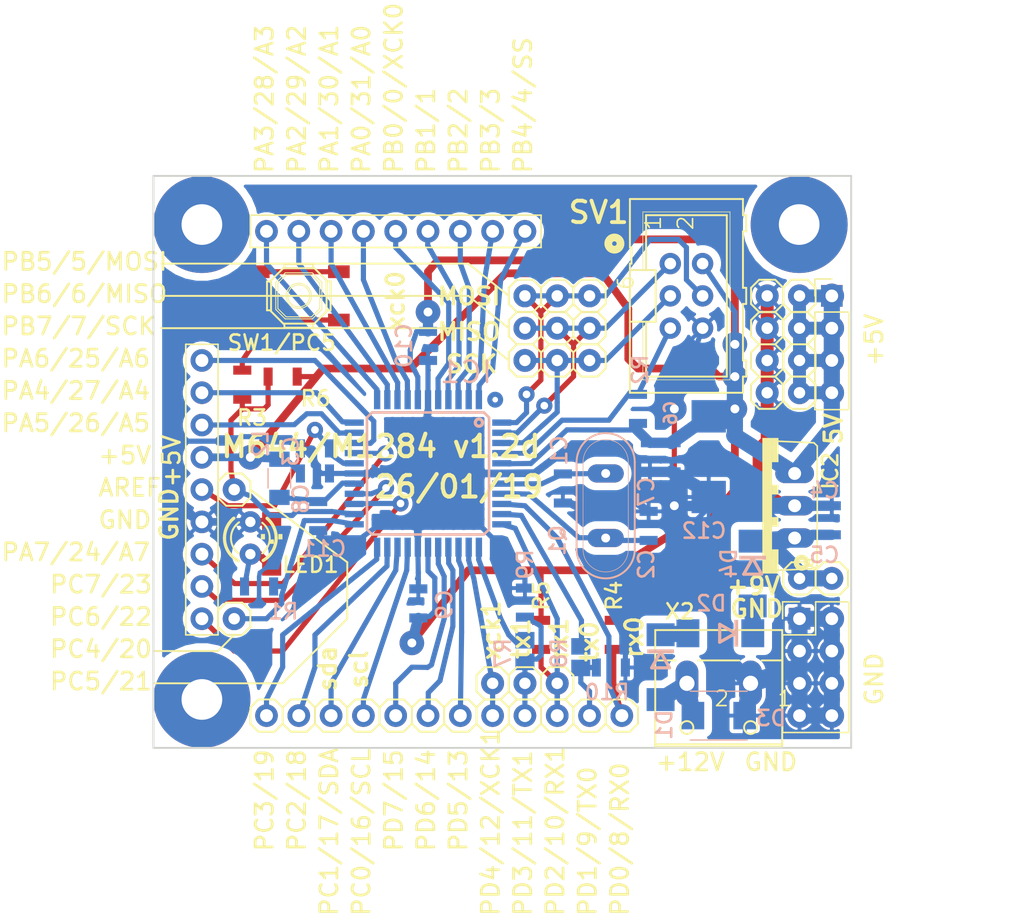
<source format=kicad_pcb>
(kicad_pcb (version 20171130) (host pcbnew "(5.0.2)-1")
  (title_block (title "M644/M1284 breakout  (Eagle 6.5 exported)") (date 2019-03-07) (rev v1.2d) (company "(c) Ibragimov M. Russia Togliatty"))
  (layers (0 Top signal) (31 Bottom signal) (34 B.Paste user) (35 F.Paste user) (36 B.SilkS user) (37 F.SilkS user) (38 B.Mask user) (39 F.Mask user) (44 Edge.Cuts user))
  (net 0 "")
  (net 1 GND)
  (net 2 VCC)
  (net 3 N$7)
  (net 4 N$8)
  (net 5 N$9)
  (net 6 /PB4)
  (net 7 /PB3)
  (net 8 /PB2)
  (net 9 /PB1)
  (net 10 /PB0)
  (net 11 /PA0)
  (net 12 /PA1)
  (net 13 /PA2)
  (net 14 /PA3)
  (net 15 /PA4)
  (net 16 /PA5)
  (net 17 /PA6)
  (net 18 /PA7)
  (net 19 /AREF)
  (net 20 "Net-(C11-PadP$1)")
  (net 21 /PC7)
  (net 22 /PC6)
  (net 23 /PC5)
  (net 24 /PC4)
  (net 25 /PC3)
  (net 26 /PC2)
  (net 27 /PC1)
  (net 28 /PC0)
  (net 29 /PD7)
  (net 30 /PD6)
  (net 31 /PD5)
  (net 32 /PD4)
  (net 33 /PD3)
  (net 34 /PD2)
  (net 35 /PD1)
  (net 36 /PD0)
  (net 37 "Net-(C2-PadP$1)")
  (net 38 "Net-(C1-PadP$1)")
  (net 39 /RESET)
  (net 40 /SCK)
  (net 41 /MISO)
  (net 42 /MOSI)
  (net 43 "Net-(C4-PadP$1)")
  (net 44 "Net-(LED1-PadA)")
  (net 45 /PD3')
  (net 46 /PD1')
  (net 47 "Net-(D1-PadA)")
  (net 48 "Net-(D1-PadC)")
  (net 49 "Net-(D2-PadC)")
  (net 50 "Net-(R3-PadP$1)")
  (module M644_breakout_v1.2d:SMBJ (layer Bottom) (at 165.6461 124.9636)
    (fp_text reference D3 (at 2.794 -0.5036) (layer B.SilkS) (effects (font (size 1.2065 1.2065) (thickness 0.2)) (justify right top mirror)))
    (fp_text value SM6T15CA)
    (pad A smd rect (at 2.04 0 180) (size 1.78 2.16) (layers Bottom B.Paste B.Mask) (net 1 GND))
    (pad C smd rect (at -2.03 0) (size 1.78 2.16) (layers Bottom B.Paste B.Mask) (net 47 "Net-(D1-PadA)"))
  )
  (module M644_breakout_v1.2d:DO214AA (layer Bottom) (at 161.0741 121.1536 270)
    (fp_text reference D1 (at 5.8464 0.4191 270) (layer B.SilkS) (effects (font (size 1.2065 1.2065) (thickness 0.2)) (justify right top mirror)))
    (fp_text value SM4007)
    (pad A smd rect (at 2.55 0 270) (size 1.8 2.2) (layers Bottom B.Paste B.Mask) (net 47 "Net-(D1-PadA)"))
    (pad C smd rect (at -2.55 0 270) (size 1.8 2.2) (layers Bottom B.Paste B.Mask) (net 48 "Net-(D1-PadC)"))
  )
  (module M644_breakout_v1.2d:DO214AA (layer Bottom) (at 165.7731 118.4866 180)
    (fp_text reference D2 (at -0.5969 1.6466) (layer B.SilkS) (effects (font (size 1.2065 1.2065) (thickness 0.2)) (justify left bottom mirror)))
    (fp_text value SM4007)
    (pad A smd rect (at 2.55 0 180) (size 1.8 2.2) (layers Bottom B.Paste B.Mask) (net 48 "Net-(D1-PadC)"))
    (pad C smd rect (at -2.55 0 180) (size 1.8 2.2) (layers Bottom B.Paste B.Mask) (net 49 "Net-(D2-PadC)"))
  )
  (module M644_breakout_v1.2d:DO214AA (layer Bottom) (at 168.3131 113.7876 270)
    (fp_text reference D4 (at 0.5124 2.5781 270) (layer B.SilkS) (effects (font (size 1.2065 1.2065) (thickness 0.2)) (justify right top mirror)))
    (fp_text value SM4007)
    (pad A smd rect (at 2.55 0 270) (size 1.8 2.2) (layers Bottom B.Paste B.Mask) (net 49 "Net-(D2-PadC)"))
    (pad C smd rect (at -2.55 0 270) (size 1.8 2.2) (layers Bottom B.Paste B.Mask) (net 43 "Net-(C4-PadP$1)"))
  )
  (module M644_breakout_v1.2d:D_7343-31R (layer Bottom) (at 164.8587 104.5928 90)
    (fp_text reference C12 (at -6.5322 1.5113 180) (layer B.SilkS) (effects (font (size 1.2065 1.2065) (thickness 0.2)) (justify left bottom mirror)))
    (fp_text value 100uF)
    (pad - smd rect (at -3.175 0 90) (size 2.55 2.7) (layers Bottom B.Paste B.Mask) (net 1 GND))
    (pad + smd rect (at 3.175 0 90) (size 2.55 2.7) (layers Bottom B.Paste B.Mask) (net 2 VCC))
  )
  (module M644_breakout_v1.2d:CHIPLED_1206 (layer Top) (at 130.4925 111.4508)
    (fp_text reference LED1_SMD1 hide)
    (fp_text value LED_RED/PC4/20)
    (pad A smd rect (at 0 1.75) (size 1.5 1.5) (layers Top F.Paste F.Mask) (net 44 "Net-(LED1-PadA)"))
    (pad C smd rect (at 0 -1.75) (size 1.5 1.5) (layers Top F.Paste F.Mask) (net 1 GND))
  )
  (module M644_breakout_v1.2d:L3216C (layer Bottom) (at 131.1021 106.2946 270)
    (fp_text reference L2 (at -1.5196 2.1971 90) (layer B.SilkS) (effects (font (size 1.2065 1.2065) (thickness 0.2)) (justify right top mirror)))
    (fp_text value 10uH)
    (pad 2 smd rect (at 1.5 0 270) (size 1.2 1.6) (layers Bottom B.Paste B.Mask) (net 20 "Net-(C11-PadP$1)"))
    (pad 1 smd rect (at -1.5 0 270) (size 1.2 1.6) (layers Bottom B.Paste B.Mask) (net 2 VCC))
  )
  (module M644_breakout_v1.2d:SW_TACT_SMALL (layer Top) (at 132.6261 91.9436 180)
    (fp_text reference SW1/PC5 (at -3.04 -2.9825) (layer F.SilkS) (effects (font (size 1.2065 1.2065) (thickness 0.2)) (justify right top)))
    (fp_text value SMD_TACT_4x4 hide)
    (pad 4 smd rect (at 3.15 1.9 270) (size 1 1.7) (layers Top F.Paste F.Mask) (net 1 GND))
    (pad 3 smd rect (at -3.15 1.9 270) (size 1 1.7) (layers Top F.Paste F.Mask) (net 1 GND))
    (pad 2 smd rect (at 3.15 -1.9 270) (size 1 1.7) (layers Top F.Paste F.Mask) (net 50 "Net-(R3-PadP$1)"))
    (pad 1 smd rect (at -3.15 -1.9 270) (size 1 1.7) (layers Top F.Paste F.Mask) (net 50 "Net-(R3-PadP$1)"))
  )
  (module M644_breakout_v1.2d:TO220V (layer Top) (at 169.0751 108.4536 90)
    (fp_text reference IC2 (at 1.1386 6.0452 90) (layer F.SilkS) (effects (font (size 1.2065 1.2065) (thickness 0.2)) (justify left bottom)))
    (fp_text value 78TV)
    (pad 3 thru_hole oval (at 2.54 2.54 180) (size 3.048 1.524) (drill 1.016) (layers *.Cu *.Mask) (net 2 VCC))
    (pad 2 thru_hole oval (at 0 2.54 180) (size 3.048 1.524) (drill 1.016) (layers *.Cu *.Mask) (net 1 GND))
    (pad 1 thru_hole oval (at -2.54 2.54 180) (size 3.048 1.524) (drill 1.016) (layers *.Cu *.Mask) (net 43 "Net-(C4-PadP$1)"))
  )
  (module M644_breakout_v1.2d:ML6 (layer Top) (at 163.1061 91.9436 270)
    (fp_text reference SV1 (at -5.5836 9.4361) (layer F.SilkS) (effects (font (size 1.6891 1.6891) (thickness 0.3)) (justify left bottom)))
    (fp_text value ISP_6PIN)
    (fp_text user 6 (at -0.381 4.064 270) (layer F.SilkS) (effects (font (size 1.2065 1.2065) (thickness 0.127)) (justify left bottom)))
    (fp_text user 2 (at -5.08 -0.635 270) (layer F.SilkS) (effects (font (size 1.2065 1.2065) (thickness 0.127)) (justify left bottom)))
    (fp_text user 1 (at -5.08 1.905 270) (layer F.SilkS) (effects (font (size 1.2065 1.2065) (thickness 0.127)) (justify left bottom)))
    (pad 6 thru_hole circle (at 2.54 -1.27 270) (size 1.6764 1.6764) (drill 0.9144) (layers *.Cu *.Mask) (net 1 GND))
    (pad 5 thru_hole circle (at 2.54 1.27 270) (size 1.6764 1.6764) (drill 0.9144) (layers *.Cu *.Mask) (net 39 /RESET))
    (pad 4 thru_hole circle (at 0 -1.27 270) (size 1.6764 1.6764) (drill 0.9144) (layers *.Cu *.Mask) (net 42 /MOSI))
    (pad 3 thru_hole circle (at 0 1.27 270) (size 1.6764 1.6764) (drill 0.9144) (layers *.Cu *.Mask) (net 40 /SCK))
    (pad 2 thru_hole circle (at -2.54 -1.27 270) (size 1.6764 1.6764) (drill 0.9144) (layers *.Cu *.Mask) (net 2 VCC))
    (pad 1 thru_hole circle (at -2.54 1.27 270) (size 1.6764 1.6764) (drill 0.9144) (layers *.Cu *.Mask) (net 41 /MISO))
  )
  (module M644_breakout_v1.2d:1X12 (layer Top) (at 144.0561 124.9636 180)
    (fp_text reference JP3 hide)
    (fp_text value PIN1x12)
    (pad 12 thru_hole circle (at 13.97 0 270) (size 1.778 1.778) (drill 1.016) (layers *.Cu *.Mask) (net 25 /PC3))
    (pad 11 thru_hole circle (at 11.43 0 270) (size 1.778 1.778) (drill 1.016) (layers *.Cu *.Mask) (net 26 /PC2))
    (pad 10 thru_hole circle (at 8.89 0 270) (size 1.778 1.778) (drill 1.016) (layers *.Cu *.Mask) (net 27 /PC1))
    (pad 9 thru_hole circle (at 6.35 0 270) (size 1.778 1.778) (drill 1.016) (layers *.Cu *.Mask) (net 28 /PC0))
    (pad 8 thru_hole circle (at 3.81 0 270) (size 1.778 1.778) (drill 1.016) (layers *.Cu *.Mask) (net 29 /PD7))
    (pad 7 thru_hole circle (at 1.27 0 270) (size 1.778 1.778) (drill 1.016) (layers *.Cu *.Mask) (net 30 /PD6))
    (pad 6 thru_hole circle (at -1.27 0 270) (size 1.778 1.778) (drill 1.016) (layers *.Cu *.Mask) (net 31 /PD5))
    (pad 5 thru_hole circle (at -3.81 0 270) (size 1.778 1.778) (drill 1.016) (layers *.Cu *.Mask) (net 32 /PD4))
    (pad 4 thru_hole circle (at -6.35 0 270) (size 1.778 1.778) (drill 1.016) (layers *.Cu *.Mask) (net 45 /PD3'))
    (pad 3 thru_hole circle (at -8.89 0 270) (size 1.778 1.778) (drill 1.016) (layers *.Cu *.Mask) (net 34 /PD2))
    (pad 2 thru_hole circle (at -11.43 0 270) (size 1.778 1.778) (drill 1.016) (layers *.Cu *.Mask) (net 46 /PD1'))
    (pad 1 thru_hole circle (at -13.97 0 270) (size 1.778 1.778) (drill 1.016) (layers *.Cu *.Mask) (net 36 /PD0))
  )
  (module M644_breakout_v1.2d:TQFP44 (layer Bottom) (at 142.7861 105.9136 180)
    (fp_text reference IC1 (at -5.1689 6.985) (layer B.SilkS) (effects (font (size 1.6891 1.6891) (thickness 0.2)) (justify left bottom mirror)))
    (fp_text value ATMEGA16/32/644/1284)
    (pad 44 smd rect (at -4 5.8 180) (size 0.5 1.5) (layers Bottom B.Paste B.Mask) (net 6 /PB4))
    (pad 43 smd rect (at -3.2 5.8 180) (size 0.5 1.5) (layers Bottom B.Paste B.Mask) (net 7 /PB3))
    (pad 42 smd rect (at -2.4 5.8 180) (size 0.5 1.5) (layers Bottom B.Paste B.Mask) (net 8 /PB2))
    (pad 41 smd rect (at -1.6 5.8 180) (size 0.5 1.5) (layers Bottom B.Paste B.Mask) (net 9 /PB1))
    (pad 40 smd rect (at -0.8 5.8 180) (size 0.5 1.5) (layers Bottom B.Paste B.Mask) (net 10 /PB0))
    (pad 39 smd rect (at 0 5.8 180) (size 0.5 1.5) (layers Bottom B.Paste B.Mask) (net 1 GND))
    (pad 38 smd rect (at 0.8 5.8 180) (size 0.5 1.5) (layers Bottom B.Paste B.Mask) (net 2 VCC))
    (pad 37 smd rect (at 1.6 5.8 180) (size 0.5 1.5) (layers Bottom B.Paste B.Mask) (net 11 /PA0))
    (pad 36 smd rect (at 2.4 5.8 180) (size 0.5 1.5) (layers Bottom B.Paste B.Mask) (net 12 /PA1))
    (pad 35 smd rect (at 3.2 5.8 180) (size 0.5 1.5) (layers Bottom B.Paste B.Mask) (net 13 /PA2))
    (pad 34 smd rect (at 4 5.8 180) (size 0.5 1.5) (layers Bottom B.Paste B.Mask) (net 14 /PA3))
    (pad 33 smd rect (at 5.8 4 180) (size 1.5 0.5) (layers Bottom B.Paste B.Mask) (net 15 /PA4))
    (pad 32 smd rect (at 5.8 3.2 180) (size 1.5 0.5) (layers Bottom B.Paste B.Mask) (net 16 /PA5))
    (pad 31 smd rect (at 5.8 2.4 180) (size 1.5 0.5) (layers Bottom B.Paste B.Mask) (net 17 /PA6))
    (pad 30 smd rect (at 5.8 1.6 180) (size 1.5 0.5) (layers Bottom B.Paste B.Mask) (net 18 /PA7))
    (pad 29 smd rect (at 5.8 0.8 180) (size 1.5 0.5) (layers Bottom B.Paste B.Mask) (net 19 /AREF))
    (pad 28 smd rect (at 5.8 0 180) (size 1.5 0.5) (layers Bottom B.Paste B.Mask) (net 1 GND))
    (pad 27 smd rect (at 5.8 -0.8 180) (size 1.5 0.5) (layers Bottom B.Paste B.Mask) (net 20 "Net-(C11-PadP$1)"))
    (pad 26 smd rect (at 5.8 -1.6 180) (size 1.5 0.5) (layers Bottom B.Paste B.Mask) (net 21 /PC7))
    (pad 25 smd rect (at 5.8 -2.4 180) (size 1.5 0.5) (layers Bottom B.Paste B.Mask) (net 22 /PC6))
    (pad 24 smd rect (at 5.8 -3.2 180) (size 1.5 0.5) (layers Bottom B.Paste B.Mask) (net 23 /PC5))
    (pad 23 smd rect (at 5.8 -4 180) (size 1.5 0.5) (layers Bottom B.Paste B.Mask) (net 24 /PC4))
    (pad 22 smd rect (at 4 -5.8 180) (size 0.5 1.5) (layers Bottom B.Paste B.Mask) (net 25 /PC3))
    (pad 21 smd rect (at 3.2 -5.8 180) (size 0.5 1.5) (layers Bottom B.Paste B.Mask) (net 26 /PC2))
    (pad 20 smd rect (at 2.4 -5.8 180) (size 0.5 1.5) (layers Bottom B.Paste B.Mask) (net 27 /PC1))
    (pad 19 smd rect (at 1.6 -5.8 180) (size 0.5 1.5) (layers Bottom B.Paste B.Mask) (net 28 /PC0))
    (pad 18 smd rect (at 0.8 -5.8 180) (size 0.5 1.5) (layers Bottom B.Paste B.Mask) (net 1 GND))
    (pad 17 smd rect (at 0 -5.8 180) (size 0.5 1.5) (layers Bottom B.Paste B.Mask) (net 2 VCC))
    (pad 16 smd rect (at -0.8 -5.8 180) (size 0.5 1.5) (layers Bottom B.Paste B.Mask) (net 29 /PD7))
    (pad 15 smd rect (at -1.6 -5.8 180) (size 0.5 1.5) (layers Bottom B.Paste B.Mask) (net 30 /PD6))
    (pad 14 smd rect (at -2.4 -5.8 180) (size 0.5 1.5) (layers Bottom B.Paste B.Mask) (net 31 /PD5))
    (pad 13 smd rect (at -3.2 -5.8 180) (size 0.5 1.5) (layers Bottom B.Paste B.Mask) (net 32 /PD4))
    (pad 12 smd rect (at -4 -5.8 180) (size 0.5 1.5) (layers Bottom B.Paste B.Mask) (net 33 /PD3))
    (pad 11 smd rect (at -5.8 -4 180) (size 1.5 0.5) (layers Bottom B.Paste B.Mask) (net 34 /PD2))
    (pad 10 smd rect (at -5.8 -3.2 180) (size 1.5 0.5) (layers Bottom B.Paste B.Mask) (net 35 /PD1))
    (pad 9 smd rect (at -5.8 -2.4 180) (size 1.5 0.5) (layers Bottom B.Paste B.Mask) (net 36 /PD0))
    (pad 8 smd rect (at -5.8 -1.6 180) (size 1.5 0.5) (layers Bottom B.Paste B.Mask) (net 37 "Net-(C2-PadP$1)"))
    (pad 7 smd rect (at -5.8 -0.8 180) (size 1.5 0.5) (layers Bottom B.Paste B.Mask) (net 38 "Net-(C1-PadP$1)"))
    (pad 6 smd rect (at -5.8 0 180) (size 1.5 0.5) (layers Bottom B.Paste B.Mask) (net 1 GND))
    (pad 5 smd rect (at -5.8 0.8 180) (size 1.5 0.5) (layers Bottom B.Paste B.Mask) (net 2 VCC))
    (pad 4 smd rect (at -5.8 1.6 180) (size 1.5 0.5) (layers Bottom B.Paste B.Mask) (net 39 /RESET))
    (pad 3 smd rect (at -5.8 2.4 180) (size 1.5 0.5) (layers Bottom B.Paste B.Mask) (net 40 /SCK))
    (pad 2 smd rect (at -5.8 3.2 180) (size 1.5 0.5) (layers Bottom B.Paste B.Mask) (net 41 /MISO))
    (pad 1 smd rect (at -5.8 4 180) (size 1.5 0.5) (layers Bottom B.Paste B.Mask) (net 42 /MOSI))
  )
  (module M644_breakout_v1.2d:R0805H (layer Bottom) (at 159.2961 100.8336 270)
    (fp_text reference R2 (at -1.7736 0.5461 90) (layer B.SilkS) (effects (font (size 1.2065 1.2065) (thickness 0.2)) (justify right top mirror)))
    (fp_text value 4.7KOm)
    (pad P$2 smd rect (at 1.143 0 180) (size 1.4224 0.7112) (layers Bottom B.Paste B.Mask) (net 2 VCC))
    (pad P$1 smd rect (at -1.143 0 180) (size 1.4224 0.7112) (layers Bottom B.Paste B.Mask) (net 39 /RESET))
  )
  (module M644_breakout_v1.2d:R0805H (layer Bottom) (at 129.5019 114.8036 180)
    (fp_text reference R1 (at -3.2131 -2.6714) (layer B.SilkS) (effects (font (size 1.2065 1.2065) (thickness 0.2)) (justify left bottom mirror)))
    (fp_text value 1Kom)
    (pad P$2 smd rect (at 1.143 0 90) (size 1.4224 0.7112) (layers Bottom B.Paste B.Mask) (net 44 "Net-(LED1-PadA)"))
    (pad P$1 smd rect (at -1.143 0 90) (size 1.4224 0.7112) (layers Bottom B.Paste B.Mask) (net 24 /PC4))
  )
  (module M644_breakout_v1.2d:R0805H (layer Top) (at 128.1811 98.9286 270)
    (fp_text reference R3 (at 3.3064 0.5461) (layer F.SilkS) (effects (font (size 1.2065 1.2065) (thickness 0.2)) (justify left bottom)))
    (fp_text value 510Om)
    (pad P$2 smd rect (at 1.143 0) (size 1.4224 0.7112) (layers Top F.Paste F.Mask) (net 23 /PC5))
    (pad P$1 smd rect (at -1.143 0) (size 1.4224 0.7112) (layers Top F.Paste F.Mask) (net 50 "Net-(R3-PadP$1)"))
  )
  (module M644_breakout_v1.2d:R0805H (layer Top) (at 157.3911 118.6136 90)
    (fp_text reference R4 (at 1.7736 0.7239 90) (layer F.SilkS) (effects (font (size 1.2065 1.2065) (thickness 0.2)) (justify left bottom)))
    (fp_text value 10KOm)
    (pad P$2 smd rect (at 1.143 0 180) (size 1.4224 0.7112) (layers Top F.Paste F.Mask) (net 2 VCC))
    (pad P$1 smd rect (at -1.143 0 180) (size 1.4224 0.7112) (layers Top F.Paste F.Mask) (net 36 /PD0))
  )
  (module M644_breakout_v1.2d:R0805H (layer Top) (at 151.6761 118.6136 90)
    (fp_text reference R5 (at 1.7736 0.7239 90) (layer F.SilkS) (effects (font (size 1.2065 1.2065) (thickness 0.2)) (justify left bottom)))
    (fp_text value 10KOm)
    (pad P$2 smd rect (at 1.143 0 180) (size 1.4224 0.7112) (layers Top F.Paste F.Mask) (net 2 VCC))
    (pad P$1 smd rect (at -1.143 0 180) (size 1.4224 0.7112) (layers Top F.Paste F.Mask) (net 34 /PD2))
  )
  (module M644_breakout_v1.2d:R0805H (layer Top) (at 131.3561 98.2936 180)
    (fp_text reference R6 (at -3.8989 -1.016) (layer F.SilkS) (effects (font (size 1.2065 1.2065) (thickness 0.2)) (justify right top)))
    (fp_text value 10kOm)
    (pad P$2 smd rect (at 1.143 0 270) (size 1.4224 0.7112) (layers Top F.Paste F.Mask) (net 23 /PC5))
    (pad P$1 smd rect (at -1.143 0 270) (size 1.4224 0.7112) (layers Top F.Paste F.Mask) (net 2 VCC))
  )
  (module M644_breakout_v1.2d:R0805H (layer Bottom) (at 150.4061 116.0736 90)
    (fp_text reference R9 (at 4.3136 0.7239 90) (layer B.SilkS) (effects (font (size 1.2065 1.2065) (thickness 0.2)) (justify left bottom mirror)))
    (fp_text value 2Kom)
    (pad P$2 smd rect (at 1.143 0) (size 1.4224 0.7112) (layers Bottom B.Paste B.Mask) (net 1 GND))
    (pad P$1 smd rect (at -1.143 0) (size 1.4224 0.7112) (layers Bottom B.Paste B.Mask) (net 45 /PD3'))
  )
  (module M644_breakout_v1.2d:R0805H (layer Bottom) (at 157.1625 121.179)
    (fp_text reference R10 (at 1.5875 2.646) (layer B.SilkS) (effects (font (size 1.2065 1.2065) (thickness 0.2)) (justify left bottom mirror)))
    (fp_text value 2Kom)
    (pad P$2 smd rect (at 1.143 0 270) (size 1.4224 0.7112) (layers Bottom B.Paste B.Mask) (net 1 GND))
    (pad P$1 smd rect (at -1.143 0 270) (size 1.4224 0.7112) (layers Bottom B.Paste B.Mask) (net 46 /PD1'))
  )
  (module M644_breakout_v1.2d:QS (layer Bottom) (at 156.7561 108.4536 90)
    (fp_text reference Q1 (at -1.4014 -3.0861 90) (layer B.SilkS) (effects (font (size 1.2065 1.2065) (thickness 0.2)) (justify left bottom mirror)))
    (fp_text value 16Mhz)
    (pad 2 thru_hole oval (at 2.54 0) (size 2.8448 1.4224) (drill 0.7) (layers *.Cu *.Mask) (net 38 "Net-(C1-PadP$1)"))
    (pad 1 thru_hole oval (at -2.54 0) (size 2.8448 1.4224) (drill 0.7) (layers *.Cu *.Mask) (net 37 "Net-(C2-PadP$1)"))
  )
  (module M644_breakout_v1.2d:C0805H (layer Bottom) (at 160.1343 110.0411 90)
    (fp_text reference C2 (at -1.7189 0.5207 90) (layer B.SilkS) (effects (font (size 1.2065 1.2065) (thickness 0.2)) (justify left bottom mirror)))
    (fp_text value 18pf)
    (pad P$2 smd rect (at 1.143 0) (size 1.4224 0.7112) (layers Bottom B.Paste B.Mask) (net 1 GND))
    (pad P$1 smd rect (at -1.143 0) (size 1.4224 0.7112) (layers Bottom B.Paste B.Mask) (net 37 "Net-(C2-PadP$1)"))
  )
  (module M644_breakout_v1.2d:C0805H (layer Bottom) (at 153.3906 107.0947 270)
    (fp_text reference C1 (at -1.6847 0.9906 90) (layer B.SilkS) (effects (font (size 1.2065 1.2065) (thickness 0.2)) (justify right top mirror)))
    (fp_text value 18pf)
    (pad P$2 smd rect (at 1.143 0 180) (size 1.4224 0.7112) (layers Bottom B.Paste B.Mask) (net 1 GND))
    (pad P$1 smd rect (at -1.143 0 180) (size 1.4224 0.7112) (layers Bottom B.Paste B.Mask) (net 38 "Net-(C1-PadP$1)"))
  )
  (module M644_breakout_v1.2d:C0805H (layer Bottom) (at 160.2359 104.6436 270)
    (fp_text reference C7 (at 1.4014 -0.4191 90) (layer B.SilkS) (effects (font (size 1.2065 1.2065) (thickness 0.2)) (justify left bottom mirror)))
    (fp_text value 0.1mF)
    (pad P$2 smd rect (at 1.143 0 180) (size 1.4224 0.7112) (layers Bottom B.Paste B.Mask) (net 1 GND))
    (pad P$1 smd rect (at -1.143 0 180) (size 1.4224 0.7112) (layers Bottom B.Paste B.Mask) (net 2 VCC))
  )
  (module M644_breakout_v1.2d:C0805H (layer Bottom) (at 133.8961 103.9451)
    (fp_text reference C3 (at -1.1811 -1.0751 -90) (layer B.SilkS) (effects (font (size 1.2065 1.2065) (thickness 0.2)) (justify left bottom mirror)))
    (fp_text value 0.1mF)
    (pad P$2 smd rect (at 1.143 0 270) (size 1.4224 0.7112) (layers Bottom B.Paste B.Mask) (net 19 /AREF))
    (pad P$1 smd rect (at -1.143 0 270) (size 1.4224 0.7112) (layers Bottom B.Paste B.Mask) (net 1 GND))
  )
  (module M644_breakout_v1.2d:C0805H (layer Bottom) (at 173.0883 109.5966 90)
    (fp_text reference C5 (at -3.4334 2.1717 180) (layer B.SilkS) (effects (font (size 1.2 1.2) (thickness 0.2)) (justify left bottom mirror)))
    (fp_text value 0.1mF)
    (pad P$2 smd rect (at 1.143 0) (size 1.4224 0.7112) (layers Bottom B.Paste B.Mask) (net 1 GND))
    (pad P$1 smd rect (at -1.143 0) (size 1.4224 0.7112) (layers Bottom B.Paste B.Mask) (net 43 "Net-(C4-PadP$1)"))
  )
  (module M644_breakout_v1.2d:LED3MM (layer Top) (at 128.8161 110.9936 90)
    (fp_text reference LED1 (at -1.4014 7.0739) (layer F.SilkS) (effects (font (size 1.2065 1.2065) (thickness 0.2)) (justify right top)))
    (fp_text value LED_RED/PC4/20)
    (pad K thru_hole circle (at 1.27 0 90) (size 1.6764 1.6764) (drill 0.8128) (layers *.Cu *.Mask) (net 1 GND))
    (pad A thru_hole circle (at -1.27 0 90) (size 1.6764 1.6764) (drill 0.8128) (layers *.Cu *.Mask) (net 44 "Net-(LED1-PadA)"))
  )
  (module M644_breakout_v1.2d:C0805H (layer Bottom) (at 133.8961 105.9136 180)
    (fp_text reference C8 (at 1.8161 -3.3064 270) (layer B.SilkS) (effects (font (size 1.2065 1.2065) (thickness 0.2)) (justify right top mirror)))
    (fp_text value 0.1mF)
    (pad P$2 smd rect (at 1.143 0 90) (size 1.4224 0.7112) (layers Bottom B.Paste B.Mask) (net 2 VCC))
    (pad P$1 smd rect (at -1.143 0 90) (size 1.4224 0.7112) (layers Bottom B.Paste B.Mask) (net 1 GND))
  )
  (module M644_breakout_v1.2d:C0805H (layer Bottom) (at 142.0241 116.1371 270)
    (fp_text reference C9 (at -1.2021 -2.7559 270) (layer B.SilkS) (effects (font (size 1.2065 1.2065) (thickness 0.2)) (justify left bottom mirror)))
    (fp_text value 0.1mF)
    (pad P$2 smd rect (at 1.143 0 180) (size 1.4224 0.7112) (layers Bottom B.Paste B.Mask) (net 2 VCC))
    (pad P$1 smd rect (at -1.143 0 180) (size 1.4224 0.7112) (layers Bottom B.Paste B.Mask) (net 1 GND))
  )
  (module M644_breakout_v1.2d:C0805H (layer Bottom) (at 142.7861 95.8806 90)
    (fp_text reference C10 (at 1.9006 -1.1811 90) (layer B.SilkS) (effects (font (size 1.2065 1.2065) (thickness 0.2)) (justify left bottom mirror)))
    (fp_text value 0.1mF)
    (pad P$2 smd rect (at 1.143 0) (size 1.4224 0.7112) (layers Bottom B.Paste B.Mask) (net 2 VCC))
    (pad P$1 smd rect (at -1.143 0) (size 1.4224 0.7112) (layers Bottom B.Paste B.Mask) (net 1 GND))
  )
  (module M644_breakout_v1.2d:C0805H (layer Bottom) (at 134.1501 109.2664 270)
    (fp_text reference C11 (at 1.8586 1.4351 180) (layer B.SilkS) (effects (font (size 1.2065 1.2065) (thickness 0.2)) (justify right top mirror)))
    (fp_text value 0.1mF)
    (pad P$2 smd rect (at 1.143 0 180) (size 1.4224 0.7112) (layers Bottom B.Paste B.Mask) (net 1 GND))
    (pad P$1 smd rect (at -1.143 0 180) (size 1.4224 0.7112) (layers Bottom B.Paste B.Mask) (net 20 "Net-(C11-PadP$1)"))
  )
  (module M644_breakout_v1.2d:1X09-BIG (layer Top) (at 140.2461 86.8636 180)
    (fp_text reference JP1 hide)
    (fp_text value PIN1x9)
    (pad 9 thru_hole circle (at 10.16 0 270) (size 1.778 1.778) (drill 1.016) (layers *.Cu *.Mask) (net 14 /PA3))
    (pad 8 thru_hole circle (at 7.62 0 270) (size 1.778 1.778) (drill 1.016) (layers *.Cu *.Mask) (net 13 /PA2))
    (pad 7 thru_hole circle (at 5.08 0 270) (size 1.778 1.778) (drill 1.016) (layers *.Cu *.Mask) (net 12 /PA1))
    (pad 6 thru_hole circle (at 2.54 0 270) (size 1.778 1.778) (drill 1.016) (layers *.Cu *.Mask) (net 11 /PA0))
    (pad 5 thru_hole circle (at 0 0 270) (size 1.778 1.778) (drill 1.016) (layers *.Cu *.Mask) (net 10 /PB0))
    (pad 4 thru_hole circle (at -2.54 0 270) (size 1.778 1.778) (drill 1.016) (layers *.Cu *.Mask) (net 9 /PB1))
    (pad 3 thru_hole circle (at -5.08 0 270) (size 1.778 1.778) (drill 1.016) (layers *.Cu *.Mask) (net 8 /PB2))
    (pad 2 thru_hole circle (at -7.62 0 270) (size 1.778 1.778) (drill 1.016) (layers *.Cu *.Mask) (net 7 /PB3))
    (pad 1 thru_hole circle (at -10.16 0 270) (size 1.778 1.778) (drill 1.016) (layers *.Cu *.Mask) (net 6 /PB4))
  )
  (module M644_breakout_v1.2d:1X09-BIG (layer Top) (at 125.0061 107.1836 270)
    (fp_text reference JP2 hide)
    (fp_text value PIN1x9)
    (pad 9 thru_hole circle (at 10.16 0) (size 1.778 1.778) (drill 1.016) (layers *.Cu *.Mask) (net 22 /PC6))
    (pad 8 thru_hole circle (at 7.62 0) (size 1.778 1.778) (drill 1.016) (layers *.Cu *.Mask) (net 21 /PC7))
    (pad 7 thru_hole circle (at 5.08 0) (size 1.778 1.778) (drill 1.016) (layers *.Cu *.Mask) (net 18 /PA7))
    (pad 6 thru_hole circle (at 2.54 0) (size 1.778 1.778) (drill 1.016) (layers *.Cu *.Mask) (net 1 GND))
    (pad 5 thru_hole circle (at 0 0) (size 1.778 1.778) (drill 1.016) (layers *.Cu *.Mask) (net 19 /AREF))
    (pad 4 thru_hole circle (at -2.54 0) (size 1.778 1.778) (drill 1.016) (layers *.Cu *.Mask) (net 2 VCC))
    (pad 3 thru_hole circle (at -5.08 0) (size 1.778 1.778) (drill 1.016) (layers *.Cu *.Mask) (net 16 /PA5))
    (pad 2 thru_hole circle (at -7.62 0) (size 1.778 1.778) (drill 1.016) (layers *.Cu *.Mask) (net 15 /PA4))
    (pad 1 thru_hole circle (at -10.16 0) (size 1.778 1.778) (drill 1.016) (layers *.Cu *.Mask) (net 17 /PA6))
  )
  (module M644_breakout_v1.2d:C0805H (layer Bottom) (at 174.5361 109.5966 90)
    (fp_text reference C4 (at 1.6466 0.7239 180) (layer B.SilkS) (effects (font (size 1.2065 1.2065) (thickness 0.2)) (justify left bottom mirror)))
    (fp_text value 10uF)
    (pad P$2 smd rect (at 1.143 0) (size 1.4224 0.7112) (layers Bottom B.Paste B.Mask) (net 1 GND))
    (pad P$1 smd rect (at -1.143 0) (size 1.4224 0.7112) (layers Bottom B.Paste B.Mask) (net 43 "Net-(C4-PadP$1)"))
  )
  (module M644_breakout_v1.2d:C0805H (layer Bottom) (at 161.9377 104.6436 270)
    (fp_text reference C6 (at -2.4086 0.6477 270) (layer B.SilkS) (effects (font (size 0.9652 0.9652) (thickness 0.2)) (justify right top mirror)))
    (fp_text value 22uF)
    (pad P$2 smd rect (at 1.143 0 180) (size 1.4224 0.7112) (layers Bottom B.Paste B.Mask) (net 1 GND))
    (pad P$1 smd rect (at -1.143 0 180) (size 1.4224 0.7112) (layers Bottom B.Paste B.Mask) (net 2 VCC))
  )
  (module M644_breakout_v1.2d:W237-102 (layer Top) (at 165.6461 123.6936 180)
    (fp_text reference X2 (at 1.778 7.62) (layer F.SilkS) (effects (font (size 1.2065 1.2065) (thickness 0.2)) (justify right top)))
    (fp_text value DG300-5.0-02P-12)
    (fp_text user 2 (at 0.421 -0.635 180) (layer F.SilkS) (effects (font (size 1.2065 1.2065) (thickness 0.127)) (justify left bottom)))
    (fp_text user 1 (at -4.532 -0.635 180) (layer F.SilkS) (effects (font (size 1.2065 1.2065) (thickness 0.127)) (justify left bottom)))
    (pad 2 thru_hole oval (at 2.5 1.27 270) (size 3.5814 1.7907) (drill 1.1938) (layers *.Cu *.Mask) (net 47 "Net-(D1-PadA)"))
    (pad 1 thru_hole oval (at -2.5 1.27 270) (size 3.5814 1.7907) (drill 1.1938) (layers *.Cu *.Mask) (net 1 GND))
  )
  (module M644_breakout_v1.2d:1X01 (layer Top) (at 150.4061 97.0236)
    (fp_text reference JP4 hide)
    (fp_text value PINx1)
    (pad 1 thru_hole circle (at 0 0) (size 1.8 1.8) (drill 0.9) (layers *.Cu *.Mask) (net 40 /SCK))
  )
  (module M644_breakout_v1.2d:1X01 (layer Top) (at 152.9461 97.0236)
    (fp_text reference JP5 hide)
    (fp_text value PINx1)
    (pad 1 thru_hole circle (at 0 0) (size 1.8 1.8) (drill 0.9) (layers *.Cu *.Mask) (net 40 /SCK))
  )
  (module M644_breakout_v1.2d:1X01 (layer Top) (at 152.9461 94.4836)
    (fp_text reference JP6 hide)
    (fp_text value PINx1)
    (pad 1 thru_hole circle (at 0 0) (size 1.8 1.8) (drill 0.9) (layers *.Cu *.Mask) (net 41 /MISO))
  )
  (module M644_breakout_v1.2d:1X01 (layer Top) (at 150.4061 94.4836)
    (fp_text reference JP7 hide)
    (fp_text value PINx1)
    (pad 1 thru_hole circle (at 0 0) (size 1.8 1.8) (drill 0.9) (layers *.Cu *.Mask) (net 41 /MISO))
  )
  (module M644_breakout_v1.2d:1X01 (layer Top) (at 150.4061 91.9436)
    (fp_text reference JP8 hide)
    (fp_text value PINx1)
    (pad 1 thru_hole circle (at 0 0) (size 1.8 1.8) (drill 0.9) (layers *.Cu *.Mask) (net 42 /MOSI))
  )
  (module M644_breakout_v1.2d:1X01 (layer Top) (at 152.9461 91.9436)
    (fp_text reference JP9 hide)
    (fp_text value PINx1)
    (pad 1 thru_hole circle (at 0 0) (size 1.8 1.8) (drill 0.9) (layers *.Cu *.Mask) (net 42 /MOSI))
  )
  (module M644_breakout_v1.2d:1X01 (layer Top) (at 155.4861 97.0236)
    (fp_text reference JP11 hide)
    (fp_text value PINx1)
    (pad 1 thru_hole circle (at 0 0) (size 1.8 1.8) (drill 0.9) (layers *.Cu *.Mask) (net 40 /SCK))
  )
  (module M644_breakout_v1.2d:1X01 (layer Top) (at 155.4861 94.4836)
    (fp_text reference JP12 hide)
    (fp_text value PINx1)
    (pad 1 thru_hole circle (at 0 0) (size 1.8 1.8) (drill 0.9) (layers *.Cu *.Mask) (net 41 /MISO))
  )
  (module M644_breakout_v1.2d:1X01 (layer Top) (at 155.4861 91.9436)
    (fp_text reference JP13 hide)
    (fp_text value PINx1)
    (pad 1 thru_hole circle (at 0 0) (size 1.8 1.8) (drill 0.9) (layers *.Cu *.Mask) (net 42 /MOSI))
  )
  (module M644_breakout_v1.2d:1X01 (layer Top) (at 171.9961 91.9436)
    (fp_text reference JP14 hide)
    (fp_text value PINx1)
    (pad 1 thru_hole circle (at 0 0) (size 1.8 1.8) (drill 0.9) (layers *.Cu *.Mask) (net 2 VCC))
  )
  (module M644_breakout_v1.2d:1X01 (layer Top) (at 171.9961 94.4836)
    (fp_text reference JP15 hide)
    (fp_text value PINx1)
    (pad 1 thru_hole circle (at 0 0) (size 1.8 1.8) (drill 0.9) (layers *.Cu *.Mask) (net 2 VCC))
  )
  (module M644_breakout_v1.2d:1X01 (layer Top) (at 171.9961 97.0236)
    (fp_text reference JP16 hide)
    (fp_text value PINx1)
    (pad 1 thru_hole circle (at 0 0) (size 1.8 1.8) (drill 0.9) (layers *.Cu *.Mask) (net 2 VCC))
  )
  (module M644_breakout_v1.2d:1X01 (layer Top) (at 171.9961 99.5636)
    (fp_text reference JP17 hide)
    (fp_text value PINx1)
    (pad 1 thru_hole circle (at 0 0) (size 1.8 1.8) (drill 0.9) (layers *.Cu *.Mask) (net 2 VCC))
  )
  (module M644_breakout_v1.2d:1X01 (layer Top) (at 169.4561 91.9436)
    (fp_text reference JP19 hide)
    (fp_text value PINx1)
    (pad 1 thru_hole circle (at 0 0) (size 1.8 1.8) (drill 0.9) (layers *.Cu *.Mask) (net 1 GND))
  )
  (module M644_breakout_v1.2d:1X01 (layer Top) (at 169.4561 94.4836)
    (fp_text reference JP20 hide)
    (fp_text value PINx1)
    (pad 1 thru_hole circle (at 0 0) (size 1.8 1.8) (drill 0.9) (layers *.Cu *.Mask) (net 1 GND))
  )
  (module M644_breakout_v1.2d:1X01 (layer Top) (at 169.4561 97.0236)
    (fp_text reference JP21 hide)
    (fp_text value PINx1)
    (pad 1 thru_hole circle (at 0 0) (size 1.8 1.8) (drill 0.9) (layers *.Cu *.Mask) (net 1 GND))
  )
  (module M644_breakout_v1.2d:1X01 (layer Top) (at 169.4561 99.5636)
    (fp_text reference JP22 hide)
    (fp_text value PINx1)
    (pad 1 thru_hole circle (at 0 0) (size 1.8 1.8) (drill 0.9) (layers *.Cu *.Mask) (net 1 GND))
  )
  (module M644_breakout_v1.2d:1X01 (layer Top) (at 152.9461 122.4236)
    (fp_text reference JP24 hide)
    (fp_text value PINx1)
    (pad 1 thru_hole circle (at 0 0) (size 1.8 1.8) (drill 0.9) (layers *.Cu *.Mask) (net 34 /PD2))
  )
  (module M644_breakout_v1.2d:1X01 (layer Top) (at 150.4061 122.4236)
    (fp_text reference JP25 hide)
    (fp_text value PINx1)
    (pad 1 thru_hole circle (at 0 0) (size 1.8 1.8) (drill 0.9) (layers *.Cu *.Mask) (net 45 /PD3'))
  )
  (module M644_breakout_v1.2d:1X01 (layer Top) (at 147.8661 122.4236)
    (fp_text reference JP26 hide)
    (fp_text value PINx1)
    (pad 1 thru_hole circle (at 0 0) (size 1.8 1.8) (drill 0.9) (layers *.Cu *.Mask) (net 32 /PD4))
  )
  (module M644_breakout_v1.2d:1X01 (layer Top) (at 127.5461 107.1836)
    (fp_text reference JP27 hide)
    (fp_text value PINx1)
    (pad 1 thru_hole circle (at 0 0) (size 1.8 1.8) (drill 0.9) (layers *.Cu *.Mask) (net 23 /PC5))
  )
  (module M644_breakout_v1.2d:1X01 (layer Top) (at 127.5461 117.3436)
    (fp_text reference JP28 hide)
    (fp_text value PINx1)
    (pad 1 thru_hole circle (at 0 0) (size 1.8 1.8) (drill 0.9) (layers *.Cu *.Mask) (net 24 /PC4))
  )
  (module M644_breakout_v1.2d:1X01 (layer Top) (at 171.9961 114.1686)
    (fp_text reference JP10 hide)
    (fp_text value PINx1)
    (pad 1 thru_hole circle (at 0 0) (size 1.8 1.8) (drill 0.9) (layers *.Cu *.Mask) (net 43 "Net-(C4-PadP$1)"))
  )
  (module M644_breakout_v1.2d:1X01 (layer Top) (at 174.5361 114.1686)
    (fp_text reference JP29 hide)
    (fp_text value PINx1)
    (pad 1 thru_hole circle (at 0 0) (size 1.8 1.8) (drill 0.9) (layers *.Cu *.Mask) (net 43 "Net-(C4-PadP$1)"))
  )
  (module M644_breakout_v1.2d:R0805 (layer Bottom) (at 150.4061 119.8836 270)
    (fp_text reference R7 (at -1.1386 1.016 270) (layer B.SilkS) (effects (font (size 1.2065 1.2065) (thickness 0.2)) (justify left bottom mirror)))
    (fp_text value 1Kom)
    (pad 2 smd rect (at 0.85 0 270) (size 1.3 1.5) (layers Bottom B.Paste B.Mask) (net 45 /PD3'))
    (pad 1 smd rect (at -0.85 0 270) (size 1.3 1.5) (layers Bottom B.Paste B.Mask) (net 33 /PD3))
  )
  (module M644_breakout_v1.2d:R0805 (layer Bottom) (at 154.8003 120.3662 270)
    (fp_text reference R8 (at -1.6212 1.016 270) (layer B.SilkS) (effects (font (size 1.2065 1.2065) (thickness 0.2)) (justify left bottom mirror)))
    (fp_text value 1Kom)
    (pad 2 smd rect (at 0.85 0 270) (size 1.3 1.5) (layers Bottom B.Paste B.Mask) (net 46 /PD1'))
    (pad 1 smd rect (at -0.85 0 270) (size 1.3 1.5) (layers Bottom B.Paste B.Mask) (net 35 /PD1))
  )
  (module Pin_Headers:Pin_Header_Straight_2x04_Pitch2.54mm (layer Top) (at 171.9961 117.3436)
    (fp_text reference REF** hide)
    (fp_text value Pin_Header_Straight_2x04_Pitch2.54mm)
    (pad 1 thru_hole rect (at 0 0) (size 1.7 1.7) (drill 1) (layers *.Cu *.Mask) (net 1 GND))
    (pad 2 thru_hole oval (at 2.54 0) (size 1.7 1.7) (drill 1) (layers *.Cu *.Mask) (net 1 GND))
    (pad 3 thru_hole oval (at 0 2.54) (size 1.7 1.7) (drill 1) (layers *.Cu *.Mask) (net 1 GND))
    (pad 4 thru_hole oval (at 2.54 2.54) (size 1.7 1.7) (drill 1) (layers *.Cu *.Mask) (net 1 GND))
    (pad 5 thru_hole oval (at 0 5.08) (size 1.7 1.7) (drill 1) (layers *.Cu *.Mask) (net 1 GND))
    (pad 6 thru_hole oval (at 2.54 5.08) (size 1.7 1.7) (drill 1) (layers *.Cu *.Mask) (net 1 GND))
    (pad 7 thru_hole oval (at 0 7.62) (size 1.7 1.7) (drill 1) (layers *.Cu *.Mask) (net 1 GND))
    (pad 8 thru_hole oval (at 2.54 7.62) (size 1.7 1.7) (drill 1) (layers *.Cu *.Mask) (net 1 GND))
  )
  (module Pin_Headers:Pin_Header_Straight_1x04_Pitch2.54mm (layer Top) (at 174.5361 91.9436)
    (fp_text reference REF** hide)
    (fp_text value Pin_Header_Straight_1x04_Pitch2.54mm)
    (pad 1 thru_hole rect (at 0 0) (size 1.7 1.7) (drill 1) (layers *.Cu *.Mask) (net 2 VCC))
    (pad 2 thru_hole oval (at 0 2.54) (size 1.7 1.7) (drill 1) (layers *.Cu *.Mask) (net 2 VCC))
    (pad 3 thru_hole oval (at 0 5.08) (size 1.7 1.7) (drill 1) (layers *.Cu *.Mask) (net 2 VCC))
    (pad 4 thru_hole oval (at 0 7.62) (size 1.7 1.7) (drill 1) (layers *.Cu *.Mask) (net 2 VCC))
  )
  (gr_line (start 121.1961 127.5036) (end 176.0601 127.5036) (layer Edge.Cuts) (width 0.15))
  (gr_line (start 176.0601 127.5036) (end 176.0601 82.5036) (layer Edge.Cuts) (width 0.15))
  (gr_line (start 176.0601 82.5036) (end 121.1961 82.5036) (layer Edge.Cuts) (width 0.15))
  (gr_line (start 121.1961 82.5036) (end 121.1961 127.5036) (layer Edge.Cuts) (width 0.15))
  (gr_line (start 149.1361 91.9436) (end 145.9611 89.4036) (layer F.SilkS) (width 0.15))
  (gr_line (start 145.9611 89.4036) (end 121.8311 89.4036) (layer F.SilkS) (width 0.15))
  (gr_line (start 149.1361 94.4836) (end 145.9611 91.9436) (layer F.SilkS) (width 0.15))
  (gr_line (start 145.9611 91.9436) (end 121.8311 91.9436) (layer F.SilkS) (width 0.15))
  (gr_line (start 149.1361 97.0236) (end 145.9611 94.4836) (layer F.SilkS) (width 0.15))
  (gr_line (start 145.9611 94.4836) (end 121.8311 94.4836) (layer F.SilkS) (width 0.15))
  (gr_line (start 127.5461 118.6136) (end 126.2761 119.8836) (layer F.SilkS) (width 0.15))
  (gr_line (start 126.2761 119.8836) (end 121.1961 119.8836) (layer F.SilkS) (width 0.15))
  (gr_line (start 121.1961 122.4236) (end 131.3561 122.4236) (layer F.SilkS) (width 0.15))
  (gr_line (start 131.3561 122.4236) (end 136.4361 117.3436) (layer F.SilkS) (width 0.15))
  (gr_line (start 136.4361 117.3436) (end 136.4361 112.8986) (layer F.SilkS) (width 0.15))
  (gr_line (start 136.4361 112.8986) (end 128.8161 107.1836) (layer F.SilkS) (width 0.15))
  (gr_circle (center 148.0693 100.1097) (end 148.4952 100.1097) (layer Bottom) (width 0.4064))
  (gr_circle (center 157.4419 87.8288) (end 157.9251 87.8288) (layer F.SilkS) (width 0.6096))
  (gr_circle (center 172.1739 112.9367) (end 172.5998 112.9367) (layer F.SilkS) (width 0.4064))
  (gr_text "M644/M1284 v1.2d" (at 126.365 104.775) (layer F.SilkS) (effects (font (size 1.6891 1.6891) (thickness 0.32004)) (justify left bottom)))
  (gr_text 26/01/19 (at 138.43 107.95) (layer F.SilkS) (effects (font (size 1.6891 1.6891) (thickness 0.32004)) (justify left bottom)))
  (gr_text rx0 (at 158.2039 117.0134 90) (layer F.SilkS) (effects (font (size 1.35128 1.35128) (thickness 0.256032)) (justify right top)))
  (gr_text tx0 (at 154.6987 117.3944 90) (layer F.SilkS) (effects (font (size 1.35128 1.35128) (thickness 0.256032)) (justify right top)))
  (gr_text tx1 (at 149.3139 117.1658 90) (layer F.SilkS) (effects (font (size 1.35128 1.35128) (thickness 0.256032)) (justify right top)))
  (gr_text rx1 (at 153.8859 120.6964 90) (layer F.SilkS) (effects (font (size 1.35128 1.35128) (thickness 0.256032)) (justify left bottom)))
  (gr_text xck1 (at 146.9771 115.7688 90) (layer F.SilkS) (effects (font (size 1.35128 1.35128) (thickness 0.256032)) (justify right top)))
  (gr_text xck0 (at 139.4333 89.8354 90) (layer F.SilkS) (effects (font (size 1.35128 1.35128) (thickness 0.256032)) (justify right top)))
  (gr_text PB4/4/SS (at 151.0411 82.4186 90) (layer F.SilkS) (effects (font (size 1.35128 1.35128) (thickness 0.21336)) (justify left bottom)))
  (gr_text PB3/3 (at 148.5011 82.4186 90) (layer F.SilkS) (effects (font (size 1.35128 1.35128) (thickness 0.21336)) (justify left bottom)))
  (gr_text PB2/2 (at 145.9611 82.4186 90) (layer F.SilkS) (effects (font (size 1.35128 1.35128) (thickness 0.21336)) (justify left bottom)))
  (gr_text PB1/1 (at 143.4211 82.4186 90) (layer F.SilkS) (effects (font (size 1.35128 1.35128) (thickness 0.21336)) (justify left bottom)))
  (gr_text PA0/31/A0 (at 138.3411 82.4186 90) (layer F.SilkS) (effects (font (size 1.35128 1.35128) (thickness 0.21336)) (justify left bottom)))
  (gr_text PA1/30/A1 (at 135.8011 82.4186 90) (layer F.SilkS) (effects (font (size 1.35128 1.35128) (thickness 0.21336)) (justify left bottom)))
  (gr_text PA2/29/A2 (at 133.2611 82.4186 90) (layer F.SilkS) (effects (font (size 1.35128 1.35128) (thickness 0.21336)) (justify left bottom)))
  (gr_text PA3/28/A3 (at 130.7211 82.4186 90) (layer F.SilkS) (effects (font (size 1.35128 1.35128) (thickness 0.21336)) (justify left bottom)))
  (gr_text PB0/0/XCK0 (at 140.8811 82.4186 90) (layer F.SilkS) (effects (font (size 1.35128 1.35128) (thickness 0.21336)) (justify left bottom)))
  (gr_text GND (at 177.0761 119.8836 90) (layer F.SilkS) (effects (font (size 1.35128 1.35128) (thickness 0.21336)) (justify right top)))
  (gr_text +5V (at 177.0761 93.2136 90) (layer F.SilkS) (effects (font (size 1.35128 1.35128) (thickness 0.21336)) (justify right top)))
  (gr_text PA6/25/A6 (at 109.1311 97.6586) (layer F.SilkS) (effects (font (size 1.35128 1.35128) (thickness 0.21336)) (justify left bottom)))
  (gr_text PA4/27/A4 (at 109.1311 100.1986) (layer F.SilkS) (effects (font (size 1.35128 1.35128) (thickness 0.21336)) (justify left bottom)))
  (gr_text PA5/26/A5 (at 109.1311 102.7386) (layer F.SilkS) (effects (font (size 1.35128 1.35128) (thickness 0.21336)) (justify left bottom)))
  (gr_text +5V (at 116.7511 105.2786) (layer F.SilkS) (effects (font (size 1.35128 1.35128) (thickness 0.21336)) (justify left bottom)))
  (gr_text AREF (at 116.7511 107.8186) (layer F.SilkS) (effects (font (size 1.35128 1.35128) (thickness 0.21336)) (justify left bottom)))
  (gr_text GND (at 116.7511 110.3586) (layer F.SilkS) (effects (font (size 1.35128 1.35128) (thickness 0.21336)) (justify left bottom)))
  (gr_text PC5/21 (at 112.9411 123.0586) (layer F.SilkS) (effects (font (size 1.35128 1.35128) (thickness 0.21336)) (justify left bottom)))
  (gr_text PC4/20 (at 112.9411 120.5186) (layer F.SilkS) (effects (font (size 1.35128 1.35128) (thickness 0.21336)) (justify left bottom)))
  (gr_text PC3/19 (at 130.7211 135.7586 90) (layer F.SilkS) (effects (font (size 1.35128 1.35128) (thickness 0.21336)) (justify left bottom)))
  (gr_text PC2/18 (at 133.2611 135.7586 90) (layer F.SilkS) (effects (font (size 1.35128 1.35128) (thickness 0.21336)) (justify left bottom)))
  (gr_text PC1/17/SDA (at 135.8011 140.8386 90) (layer F.SilkS) (effects (font (size 1.35128 1.35128) (thickness 0.21336)) (justify left bottom)))
  (gr_text PC0/16/SCL (at 138.3411 140.8386 90) (layer F.SilkS) (effects (font (size 1.35128 1.35128) (thickness 0.21336)) (justify left bottom)))
  (gr_text PD7/15 (at 140.8811 135.7586 90) (layer F.SilkS) (effects (font (size 1.35128 1.35128) (thickness 0.21336)) (justify left bottom)))
  (gr_text PD6/14 (at 143.4211 135.7586 90) (layer F.SilkS) (effects (font (size 1.35128 1.35128) (thickness 0.21336)) (justify left bottom)))
  (gr_text PD5/13 (at 145.9611 135.7586 90) (layer F.SilkS) (effects (font (size 1.35128 1.35128) (thickness 0.21336)) (justify left bottom)))
  (gr_text PD4/12/XCK1 (at 148.5011 140.8386 90) (layer F.SilkS) (effects (font (size 1.35128 1.35128) (thickness 0.21336)) (justify left bottom)))
  (gr_text PD3/11/TX1 (at 151.0411 140.8386 90) (layer F.SilkS) (effects (font (size 1.35128 1.35128) (thickness 0.21336)) (justify left bottom)))
  (gr_text PD2/10/RX1 (at 153.5811 140.8386 90) (layer F.SilkS) (effects (font (size 1.35128 1.35128) (thickness 0.21336)) (justify left bottom)))
  (gr_text PD1/9/TX0 (at 156.1211 140.8386 90) (layer F.SilkS) (effects (font (size 1.35128 1.35128) (thickness 0.21336)) (justify left bottom)))
  (gr_text PD0/8/RX0 (at 158.6611 140.8386 90) (layer F.SilkS) (effects (font (size 1.35128 1.35128) (thickness 0.21336)) (justify left bottom)))
  (gr_text PB5/5/MOSI (at 109.1311 90.0386) (layer F.SilkS) (effects (font (size 1.35128 1.35128) (thickness 0.21336)) (justify left bottom)))
  (gr_text PB6/6/MISO (at 109.1311 92.5786) (layer F.SilkS) (effects (font (size 1.35128 1.35128) (thickness 0.21336)) (justify left bottom)))
  (gr_text PB7/7/SCK (at 109.1311 95.1186) (layer F.SilkS) (effects (font (size 1.35128 1.35128) (thickness 0.21336)) (justify left bottom)))
  (gr_text +12V (at 160.5661 129.4086) (layer F.SilkS) (effects (font (size 1.35128 1.35128) (thickness 0.21336)) (justify left bottom)))
  (gr_text GND (at 167.5511 129.4086) (layer F.SilkS) (effects (font (size 1.35128 1.35128) (thickness 0.21336)) (justify left bottom)))
  (gr_text PA7/24/A7 (at 109.1311 112.8986) (layer F.SilkS) (effects (font (size 1.35128 1.35128) (thickness 0.21336)) (justify left bottom)))
  (gr_text PC7/23 (at 112.9411 115.4386) (layer F.SilkS) (effects (font (size 1.35128 1.35128) (thickness 0.21336)) (justify left bottom)))
  (gr_text PC6/22 (at 112.9411 117.9786) (layer F.SilkS) (effects (font (size 1.35128 1.35128) (thickness 0.21336)) (justify left bottom)))
  (gr_text scl (at 138.1379 122.9824 90) (layer F.SilkS) (effects (font (size 1.35128 1.35128) (thickness 0.256032)) (justify left bottom)))
  (gr_text sda (at 134.0993 119.3248 90) (layer F.SilkS) (effects (font (size 1.35128 1.35128) (thickness 0.256032)) (justify right top)))
  (gr_text 5V (at 173.8757 101.0114 90) (layer F.SilkS) (effects (font (size 1.35128 1.35128) (thickness 0.256032)) (justify right top)))
  (gr_text GND (at 166.4081 117.3436) (layer F.SilkS) (effects (font (size 1.35128 1.35128) (thickness 0.256032)) (justify left bottom)))
  (gr_text +5V (at 121.8311 102.7386 90) (layer F.SilkS) (effects (font (size 1.35128 1.35128) (thickness 0.21336)) (justify right top)))
  (gr_text GND (at 123.2281 111.3492 90) (layer F.SilkS) (effects (font (size 1.35128 1.35128) (thickness 0.256032)) (justify left bottom)))
  (gr_text MOSI (at 148.6281 91.1816) (layer F.SilkS) (effects (font (size 1.35128 1.35128) (thickness 0.256032)) (justify right top)))
  (gr_text MISO (at 148.6281 93.9756) (layer F.SilkS) (effects (font (size 1.35128 1.35128) (thickness 0.256032)) (justify right top)))
  (gr_text SCK (at 148.3741 96.5156) (layer F.SilkS) (effects (font (size 1.35128 1.35128) (thickness 0.256032)) (justify right top)))
  (gr_text +9V (at 166.1541 115.5656) (layer F.SilkS) (effects (font (size 1.35128 1.35128) (thickness 0.256032)) (justify left bottom)))
  (segment (start 141.9785 109.5968) (end 141.986 110.7904) (width 0.6096) (layer Bottom) (net 1))
  (segment (start 141.9479 105.9136) (end 141.9785 109.5968) (width 0.4064) (layer Bottom) (net 1))
  (segment (start 137.8712 105.9136) (end 141.9479 105.9136) (width 0.6096) (layer Bottom) (net 1))
  (segment (start 142.6591 106.0406) (end 142.6591 105.9136) (width 0.4064) (layer Bottom) (net 1))
  (segment (start 142.6591 105.9136) (end 142.6591 101.9131) (width 0.4064) (layer Bottom) (net 1))
  (segment (start 142.6591 101.9131) (end 142.7861 101.0241) (width 0.6096) (layer Bottom) (net 1))
  (segment (start 141.9479 105.9136) (end 142.6591 106.0406) (width 0.4064) (layer Bottom) (net 1))
  (segment (start 137.5156 110.9936) (end 134.3406 110.9936) (width 0.4064) (layer Bottom) (net 1))
  (segment (start 139.4206 109.5966) (end 137.5156 110.9936) (width 0.4064) (layer Bottom) (net 1))
  (segment (start 141.9785 109.5968) (end 141.9606 109.5966) (width 0.4064) (layer Bottom) (net 1))
  (segment (start 141.9606 109.5966) (end 139.4206 109.5966) (width 0.4064) (layer Bottom) (net 1))
  (segment (start 155.1686 108.8981) (end 153.9748 108.2631) (width 0.6096) (layer Bottom) (net 1))
  (segment (start 157.5181 108.8981) (end 155.1686 108.8981) (width 0.6096) (layer Bottom) (net 1))
  (segment (start 151.1681 105.8882) (end 154.0891 103.6911) (width 0.6096) (layer Bottom) (net 1))
  (segment (start 154.0891 103.6911) (end 157.7255 103.687) (width 0.6096) (layer Bottom) (net 1))
  (segment (start 157.7255 103.687) (end 159.2072 104.9061) (width 0.6096) (layer Bottom) (net 1))
  (segment (start 148.5861 105.9136) (end 151.1681 105.8882) (width 0.6096) (layer Bottom) (net 1))
  (segment (start 141.9861 111.7136) (end 142.0241 113.7241) (width 0.4064) (layer Bottom) (net 1))
  (segment (start 141.9606 111.6881) (end 141.9861 111.7136) (width 0.4064) (layer Bottom) (net 1))
  (segment (start 141.986 110.7904) (end 141.9606 111.6881) (width 0.4064) (layer Bottom) (net 1))
  (segment (start 142.0241 113.7241) (end 142.0241 114.9941) (width 0.4064) (layer Bottom) (net 1))
  (segment (start 142.7861 100.1136) (end 142.7861 97.0236) (width 0.4064) (layer Bottom) (net 1))
  (segment (start 142.7861 101.0241) (end 142.7861 100.1136) (width 0.4064) (layer Bottom) (net 1))
  (segment (start 142.6591 105.9136) (end 143.4211 105.9136) (width 0.6096) (layer Bottom) (net 1))
  (segment (start 143.4211 105.9136) (end 148.5861 105.9136) (width 0.6096) (layer Bottom) (net 1))
  (segment (start 153.9748 108.2631) (end 153.6954 108.1615) (width 0.4064) (layer Bottom) (net 1))
  (segment (start 153.9748 108.2631) (end 153.3906 108.2377) (width 0.4064) (layer Bottom) (net 1))
  (segment (start 136.9861 105.9136) (end 137.8712 105.9136) (width 0.381) (layer Bottom) (net 1))
  (segment (start 162.1536 100.8336) (end 164.3761 94.4836) (width 0.4064) (layer Bottom) (net 1))
  (segment (start 135.0391 105.9136) (end 136.9861 105.9136) (width 0.4064) (layer Bottom) (net 1))
  (segment (start 132.7531 103.9451) (end 132.9436 103.9451) (width 0.4064) (layer Bottom) (net 1))
  (segment (start 132.9436 103.9451) (end 133.7691 104.7706) (width 0.4064) (layer Bottom) (net 1))
  (segment (start 133.7691 104.7706) (end 133.7691 105.2786) (width 0.4064) (layer Bottom) (net 1))
  (segment (start 133.7691 105.2786) (end 134.4041 105.9136) (width 0.4064) (layer Bottom) (net 1))
  (segment (start 134.4041 105.9136) (end 135.0391 105.9136) (width 0.4064) (layer Bottom) (net 1))
  (segment (start 134.3406 110.9936) (end 134.3406 110.5491) (width 0.4064) (layer Bottom) (net 1))
  (segment (start 134.3406 110.5491) (end 134.1501 110.4094) (width 0.4064) (layer Bottom) (net 1))
  (segment (start 168.1861 108.4536) (end 171.6151 108.4536) (width 1.27) (layer Bottom) (net 1))
  (segment (start 174.5361 124.9636) (end 174.5361 122.4236) (width 1.27) (layer Bottom) (net 1))
  (segment (start 174.5361 119.8836) (end 174.5361 122.4236) (width 1.27) (layer Bottom) (net 1))
  (segment (start 174.5361 117.3436) (end 174.5361 119.8836) (width 1.27) (layer Bottom) (net 1))
  (segment (start 162.1536 108.4536) (end 162.1536 100.8336) (width 0.4064) (layer Top) (net 1))
  (segment (start 125.0061 109.7236) (end 122.4661 108.4536) (width 0.6096) (layer Bottom) (net 1))
  (segment (start 122.4661 108.4536) (end 122.4661 104.6436) (width 0.6096) (layer Bottom) (net 1))
  (segment (start 122.4661 104.6436) (end 123.7361 103.3736) (width 0.6096) (layer Bottom) (net 1))
  (segment (start 123.7361 103.3736) (end 127.5461 103.3736) (width 0.4064) (layer Bottom) (net 1))
  (segment (start 127.5461 103.3736) (end 128.1557 103.018) (width 0.4064) (layer Bottom) (net 1))
  (segment (start 128.1557 103.018) (end 129.5527 103.018) (width 0.4064) (layer Bottom) (net 1))
  (segment (start 129.5527 103.018) (end 130.1369 103.4244) (width 0.4064) (layer Bottom) (net 1))
  (segment (start 130.1369 103.4244) (end 131.9149 103.4498) (width 0.4064) (layer Bottom) (net 1))
  (segment (start 131.9149 103.4498) (end 132.7531 103.9451) (width 0.4064) (layer Bottom) (net 1))
  (segment (start 125.0061 109.7236) (end 128.8161 109.7236) (width 0.6096) (layer Bottom) (net 1))
  (segment (start 158.6611 107.8186) (end 157.5181 108.8981) (width 0.6096) (layer Bottom) (net 1))
  (segment (start 159.2498 107.1848) (end 158.6611 107.8186) (width 0.6096) (layer Bottom) (net 1))
  (segment (start 158.6611 107.8186) (end 160.1343 108.8981) (width 0.6096) (layer Bottom) (net 1))
  (segment (start 159.2072 104.9061) (end 159.2498 104.9061) (width 0.6096) (layer Bottom) (net 1))
  (segment (start 159.2498 104.9061) (end 159.2498 105.7866) (width 0.6096) (layer Bottom) (net 1))
  (segment (start 159.2498 105.7866) (end 159.2498 105.9136) (width 0.6096) (layer Bottom) (net 1))
  (segment (start 159.2498 105.9136) (end 159.2498 107.1848) (width 0.6096) (layer Bottom) (net 1))
  (segment (start 159.2498 105.7866) (end 160.2359 105.7866) (width 0.8128) (layer Bottom) (net 1))
  (segment (start 159.2498 105.7866) (end 159.2498 105.9136) (width 0.8128) (layer Bottom) (net 1))
  (segment (start 122.4661 108.4536) (end 122.4661 92.0736) (width 0.4064) (layer Top) (net 1))
  (segment (start 122.4661 92.0736) (end 123.104 91.4386) (width 0.4064) (layer Top) (net 1))
  (segment (start 122.4661 108.4536) (end 125.0061 109.7236) (width 0.4064) (layer Top) (net 1))
  (segment (start 171.6151 108.4536) (end 170.7261 108.4536) (width 0.8128) (layer Top) (net 1))
  (segment (start 171.9961 124.9636) (end 174.5361 124.9636) (width 1.27) (layer Bottom) (net 1))
  (segment (start 171.9961 119.8836) (end 171.9961 117.3436) (width 1.27) (layer Bottom) (net 1))
  (segment (start 171.9961 121.1536) (end 171.9961 122.4236) (width 1.27) (layer Bottom) (net 1))
  (segment (start 171.9961 121.1536) (end 171.9961 119.8836) (width 1.27) (layer Bottom) (net 1))
  (segment (start 171.9961 122.4236) (end 171.9961 124.9636) (width 1.27) (layer Bottom) (net 1))
  (segment (start 171.9961 117.3436) (end 174.5361 117.3436) (width 1.27) (layer Bottom) (net 1))
  (segment (start 168.1461 122.4236) (end 167.6861 124.9636) (width 1.27) (layer Bottom) (net 1))
  (segment (start 168.1461 122.4236) (end 171.9961 121.1536) (width 1.4224) (layer Bottom) (net 1))
  (segment (start 168.1861 108.4536) (end 165.6461 109.4696) (width 1.27) (layer Bottom) (net 1))
  (segment (start 165.6461 109.4696) (end 165.6461 119.8836) (width 1.27) (layer Bottom) (net 1))
  (segment (start 165.6461 119.8836) (end 168.1461 122.4236) (width 1.27) (layer Bottom) (net 1))
  (segment (start 165.6461 108.4536) (end 168.1861 108.4536) (width 1.27) (layer Bottom) (net 1))
  (segment (start 164.8587 107.7678) (end 165.3316 108.1797) (width 1.27) (layer Bottom) (net 1))
  (segment (start 165.3316 108.1797) (end 165.6461 108.4536) (width 1.27) (layer Bottom) (net 1))
  (segment (start 164.3761 107.1836) (end 165.1381 107.3868) (width 1.27) (layer Bottom) (net 1))
  (segment (start 165.1381 107.3868) (end 164.8587 107.7678) (width 1.27) (layer Bottom) (net 1))
  (segment (start 161.9377 105.7866) (end 164.3761 107.1836) (width 1.016) (layer Bottom) (net 1))
  (segment (start 150.4061 114.1686) (end 150.4061 114.9306) (width 0.4064) (layer Bottom) (net 1))
  (segment (start 148.5011 112.2636) (end 150.4061 114.1686) (width 0.4064) (layer Bottom) (net 1))
  (segment (start 148.5011 111.6286) (end 148.5011 112.2636) (width 0.4064) (layer Bottom) (net 1))
  (segment (start 143.4211 106.5486) (end 148.5011 111.6286) (width 0.4064) (layer Bottom) (net 1))
  (segment (start 143.4211 105.9136) (end 143.4211 106.5486) (width 0.4064) (layer Bottom) (net 1))
  (segment (start 158.3055 115.1592) (end 158.3055 121.179) (width 0.4064) (layer Bottom) (net 1))
  (segment (start 165.0111 108.4536) (end 164.8523 108.6124) (width 0.4064) (layer Bottom) (net 1))
  (segment (start 164.8523 108.6124) (end 158.3055 115.1592) (width 0.4064) (layer Bottom) (net 1))
  (segment (start 165.0577 108.4536) (end 165.0111 108.4536) (width 0.4064) (layer Bottom) (net 1))
  (segment (start 165.3316 108.1797) (end 165.0577 108.4536) (width 0.4064) (layer Bottom) (net 1))
  (segment (start 170.7261 108.4536) (end 168.8211 107.1836) (width 1.016) (layer Top) (net 1))
  (segment (start 168.8211 107.1836) (end 168.8211 104.0086) (width 1.016) (layer Top) (net 1))
  (segment (start 168.8211 104.0086) (end 169.4561 103.3736) (width 1.016) (layer Top) (net 1))
  (segment (start 169.4561 103.3736) (end 169.4561 99.5636) (width 1.016) (layer Top) (net 1))
  (segment (start 169.4561 99.5636) (end 169.4561 97.0236) (width 1.016) (layer Top) (net 1))
  (segment (start 169.4561 97.0236) (end 169.4561 94.4836) (width 1.016) (layer Top) (net 1))
  (segment (start 169.4561 94.4836) (end 169.4561 91.9436) (width 1.016) (layer Top) (net 1))
  (segment (start 160.2359 105.7866) (end 161.9377 105.7866) (width 0.8128) (layer Bottom) (net 1))
  (segment (start 164.0967 108.479) (end 162.1536 108.4536) (width 0.8128) (layer Bottom) (net 1))
  (segment (start 164.8523 108.6124) (end 164.0967 108.479) (width 0.8128) (layer Bottom) (net 1))
  (segment (start 171.6151 108.4536) (end 173.0883 108.4536) (width 0.8128) (layer Bottom) (net 1))
  (segment (start 173.0883 108.4536) (end 174.5361 108.4536) (width 0.8128) (layer Bottom) (net 1))
  (segment (start 128.8161 109.7262) (end 130.4925 109.7008) (width 0.6096) (layer Top) (net 1))
  (segment (start 128.8161 109.7236) (end 128.8161 109.7262) (width 0.6096) (layer Top) (net 1))
  (via (at 174.5361 119.8836) (size 1.9304) (drill 0.9) (layers Top Bottom) (net 1))
  (via (at 174.5361 122.4236) (size 1.9304) (drill 0.9) (layers Top Bottom) (net 1))
  (via (at 174.5361 124.9636) (size 1.9304) (drill 0.9) (layers Top Bottom) (net 1))
  (via (at 174.5361 117.3436) (size 1.9304) (drill 0.9) (layers Top Bottom) (net 1))
  (via (at 162.1536 108.4536) (size 1.9304) (drill 0.7) (layers Top Bottom) (net 1))
  (via (at 162.1536 100.8336) (size 1.9304) (drill 0.7) (layers Top Bottom) (net 1))
  (via (at 171.9961 124.9636) (size 1.9304) (drill 0.9) (layers Top Bottom) (net 1))
  (via (at 171.9961 122.4236) (size 1.9304) (drill 0.9) (layers Top Bottom) (net 1))
  (via (at 171.9961 119.8836) (size 1.9304) (drill 0.9) (layers Top Bottom) (net 1))
  (via (at 171.9961 117.3436) (size 1.9304) (drill 0.9) (layers Top Bottom) (net 1))
  (segment (start 135.7761 90.0436) (end 129.4761 90.0436) (width 0.4064) (layer Top) (net 1))
  (segment (start 127.710506 91.459194) (end 127.5461 91.459194) (width 0.4064) (layer Top) (net 1))
  (segment (start 129.1261 90.0436) (end 127.710506 91.459194) (width 0.4064) (layer Top) (net 1))
  (segment (start 129.4761 90.0436) (end 129.1261 90.0436) (width 0.4064) (layer Top) (net 1))
  (segment (start 123.104 91.4386) (end 127.5461 91.459194) (width 0.4064) (layer Top) (net 1))
  (segment (start 142.7861 113.5971) (end 142.7861 111.7136) (width 0.4064) (layer Bottom) (net 2))
  (segment (start 141.3891 96.2108) (end 141.3891 97.0998) (width 0.4064) (layer Bottom) (net 2))
  (segment (start 141.3891 97.0998) (end 141.9861 98.3316) (width 0.4064) (layer Bottom) (net 2))
  (segment (start 141.9861 98.3316) (end 141.9861 100.1136) (width 0.4064) (layer Bottom) (net 2))
  (segment (start 142.0241 117.2801) (end 142.9131 117.1531) (width 0.4064) (layer Bottom) (net 2))
  (segment (start 142.9131 117.1531) (end 143.2624 116.8038) (width 0.4064) (layer Bottom) (net 2))
  (segment (start 143.2624 116.8038) (end 143.3195 116.6451) (width 0.4064) (layer Bottom) (net 2))
  (segment (start 143.3195 116.6451) (end 143.3195 114.1686) (width 0.4064) (layer Bottom) (net 2))
  (segment (start 143.3195 114.1686) (end 143.3322 114.1432) (width 0.4064) (layer Bottom) (net 2))
  (segment (start 143.3322 114.1432) (end 142.7861 113.5971) (width 0.4064) (layer Bottom) (net 2))
  (segment (start 141.8971 94.7376) (end 141.3891 96.2108) (width 0.4064) (layer Bottom) (net 2))
  (segment (start 142.7861 94.7376) (end 141.8971 94.7376) (width 0.4064) (layer Bottom) (net 2))
  (segment (start 142.7861 93.2136) (end 142.7861 94.7376) (width 0.8128) (layer Bottom) (net 2))
  (segment (start 141.5161 119.2486) (end 142.0241 117.2801) (width 0.8128) (layer Bottom) (net 2))
  (segment (start 142.7861 93.2136) (end 142.9766 93.1501) (width 0.381) (layer Bottom) (net 2))
  (segment (start 143.2624 116.8038) (end 143.2941 116.8356) (width 0.381) (layer Bottom) (net 2))
  (segment (start 131.1021 104.7946) (end 131.8881 105.0486) (width 0.4064) (layer Bottom) (net 2))
  (segment (start 131.8881 105.0486) (end 132.7531 105.9136) (width 0.4064) (layer Bottom) (net 2))
  (segment (start 166.9161 102.9926) (end 166.8653 102.9164) (width 1.27) (layer Bottom) (net 2))
  (segment (start 166.8653 102.9164) (end 171.6151 105.9136) (width 1.27) (layer Bottom) (net 2))
  (segment (start 166.9161 98.2936) (end 166.9161 95.7536) (width 1.27) (layer Bottom) (net 2))
  (segment (start 166.9161 98.2936) (end 166.9161 100.8336) (width 1.27) (layer Bottom) (net 2))
  (segment (start 166.9161 100.8336) (end 166.9161 102.1036) (width 1.27) (layer Bottom) (net 2))
  (segment (start 166.9161 102.1036) (end 166.9161 102.9926) (width 1.27) (layer Bottom) (net 2))
  (segment (start 174.5361 94.4836) (end 174.5361 91.9436) (width 1.27) (layer Bottom) (net 2))
  (segment (start 174.5361 97.0236) (end 174.5361 94.4836) (width 1.27) (layer Bottom) (net 2))
  (segment (start 174.5361 102.3576) (end 174.5361 99.5636) (width 1.27) (layer Bottom) (net 2))
  (segment (start 171.6151 105.9136) (end 174.5361 102.3576) (width 1.27) (layer Bottom) (net 2))
  (segment (start 174.5361 99.5636) (end 174.5361 97.0236) (width 1.27) (layer Bottom) (net 2))
  (segment (start 128.8161 104.6436) (end 131.1021 104.7946) (width 0.6096) (layer Bottom) (net 2))
  (segment (start 125.0061 104.6436) (end 128.8161 104.6436) (width 0.6096) (layer Bottom) (net 2))
  (segment (start 166.9161 95.7536) (end 166.9161 91.9436) (width 0.6096) (layer Top) (net 2))
  (segment (start 165.6461 87.4986) (end 165.7304 87.4986) (width 0.6096) (layer Top) (net 2))
  (segment (start 128.8161 104.6436) (end 134.5311 97.6586) (width 0.6096) (layer Top) (net 2))
  (segment (start 166.9161 100.8336) (end 166.9161 102.1036) (width 0.6096) (layer Top) (net 2))
  (segment (start 166.9161 102.1036) (end 166.9161 102.7386) (width 0.6096) (layer Top) (net 2))
  (segment (start 166.9161 102.7386) (end 166.9161 107.1836) (width 0.6096) (layer Top) (net 2))
  (segment (start 166.9161 107.1836) (end 164.3761 110.3586) (width 0.6096) (layer Top) (net 2))
  (segment (start 164.3761 110.3586) (end 162.4711 110.3586) (width 0.6096) (layer Top) (net 2))
  (segment (start 162.4711 110.3586) (end 157.3911 113.5336) (width 0.6096) (layer Top) (net 2))
  (segment (start 157.3911 113.5336) (end 151.6761 113.5336) (width 0.6096) (layer Top) (net 2))
  (segment (start 151.6761 113.5336) (end 145.9611 113.5336) (width 0.6096) (layer Top) (net 2))
  (segment (start 145.9611 113.5336) (end 141.5161 119.2486) (width 0.6096) (layer Top) (net 2))
  (segment (start 159.2915 101.9766) (end 159.2961 101.9766) (width 0.4064) (layer Bottom) (net 2))
  (segment (start 159.2153 102.4945) (end 159.2915 101.9766) (width 0.4064) (layer Bottom) (net 2))
  (segment (start 166.9161 93.2136) (end 164.3761 89.4036) (width 0.4064) (layer Bottom) (net 2))
  (segment (start 166.9161 95.7536) (end 166.9161 93.2136) (width 0.4064) (layer Bottom) (net 2))
  (segment (start 151.6761 113.5336) (end 151.6761 117.4706) (width 0.4064) (layer Top) (net 2))
  (segment (start 157.3911 113.5336) (end 157.3911 117.4706) (width 0.4064) (layer Top) (net 2))
  (segment (start 134.5311 97.6586) (end 133.8961 98.2936) (width 0.4064) (layer Top) (net 2))
  (segment (start 133.8961 98.2936) (end 132.4991 98.2936) (width 0.4064) (layer Top) (net 2))
  (segment (start 166.9161 102.1036) (end 164.8587 101.4178) (width 1.016) (layer Bottom) (net 2))
  (segment (start 174.5361 91.9436) (end 171.9961 91.9436) (width 1.016) (layer Bottom) (net 2))
  (segment (start 171.9961 94.4836) (end 171.9961 91.9436) (width 1.016) (layer Bottom) (net 2))
  (segment (start 171.9961 97.0236) (end 171.9961 94.4836) (width 1.016) (layer Bottom) (net 2))
  (segment (start 174.5361 94.4836) (end 171.9961 94.4836) (width 1.016) (layer Bottom) (net 2))
  (segment (start 174.5361 97.0236) (end 171.9961 97.0236) (width 1.016) (layer Bottom) (net 2))
  (segment (start 166.9161 91.9436) (end 166.9161 88.7686) (width 0.6096) (layer Top) (net 2))
  (segment (start 166.9161 88.7686) (end 165.6461 87.4986) (width 0.6096) (layer Top) (net 2))
  (segment (start 171.9961 99.5636) (end 171.9961 97.0236) (width 1.016) (layer Bottom) (net 2))
  (segment (start 174.5361 99.5636) (end 171.9961 99.5636) (width 1.016) (layer Bottom) (net 2))
  (segment (start 160.2359 103.5006) (end 159.2153 102.4945) (width 0.8128) (layer Bottom) (net 2))
  (segment (start 164.8587 101.4178) (end 161.9377 103.5006) (width 1.016) (layer Bottom) (net 2))
  (segment (start 161.9377 103.5006) (end 160.2359 103.5006) (width 0.8128) (layer Bottom) (net 2))
  (via (at 142.7861 93.2136) (size 1.9304) (drill 0.7) (layers Top Bottom) (net 2))
  (via (at 141.5161 119.2486) (size 1.9304) (drill 0.7) (layers Top Bottom) (net 2))
  (via (at 128.8161 104.6436) (size 1.9304) (drill 0.7) (layers Top Bottom) (net 2))
  (via (at 166.9161 100.8336) (size 1.9304) (drill 0.7) (layers Top Bottom) (net 2))
  (via (at 166.9161 98.2936) (size 1.9304) (drill 0.7) (layers Top Bottom) (net 2))
  (via (at 166.9161 95.7536) (size 1.9304) (drill 0.7) (layers Top Bottom) (net 2))
  (via (at 174.5361 94.4836) (size 1.9304) (drill 0.9) (layers Top Bottom) (net 2))
  (via (at 174.5361 97.0236) (size 1.9304) (drill 0.9) (layers Top Bottom) (net 2))
  (via (at 174.5361 99.5636) (size 1.9304) (drill 0.9) (layers Top Bottom) (net 2))
  (via (at 174.5361 91.9436) (size 1.9304) (drill 0.9) (layers Top Bottom) (net 2))
  (segment (start 142.7861 90.0386) (end 142.7861 93.2136) (width 0.6096) (layer Top) (net 2))
  (segment (start 143.5481 89.1496) (end 142.7861 90.0386) (width 0.6096) (layer Top) (net 2))
  (segment (start 150.9141 89.1496) (end 143.5481 89.1496) (width 0.6096) (layer Top) (net 2))
  (segment (start 165.6461 87.4986) (end 153.5811 87.4986) (width 0.6096) (layer Top) (net 2))
  (segment (start 153.5811 87.4986) (end 150.9141 89.1496) (width 0.6096) (layer Top) (net 2))
  (segment (start 165.6461 98.2936) (end 166.9161 98.2936) (width 0.6096) (layer Top) (net 2))
  (segment (start 165.0111 97.6586) (end 165.6461 98.2936) (width 0.6096) (layer Top) (net 2))
  (segment (start 159.2961 97.6586) (end 165.0111 97.6586) (width 0.6096) (layer Top) (net 2))
  (segment (start 158.5341 96.8966) (end 159.2961 97.6586) (width 0.6096) (layer Top) (net 2))
  (segment (start 158.5341 92.9596) (end 158.5341 96.8966) (width 0.6096) (layer Top) (net 2))
  (segment (start 156.5021 90.1656) (end 158.5341 92.9596) (width 0.6096) (layer Top) (net 2))
  (segment (start 134.5311 97.6586) (end 141.5161 97.6586) (width 0.6096) (layer Top) (net 2))
  (segment (start 141.5161 97.5316) (end 148.8821 90.1656) (width 0.6096) (layer Top) (net 2))
  (segment (start 141.5161 97.6586) (end 141.5161 97.5316) (width 0.6096) (layer Top) (net 2))
  (segment (start 148.8821 90.1656) (end 156.5021 90.1656) (width 0.6096) (layer Top) (net 2))
  (segment (start 149.1361 105.1516) (end 148.5861 105.1136) (width 0.4064) (layer Bottom) (net 2))
  (segment (start 150.876 105.1262) (end 149.1361 105.1516) (width 0.4064) (layer Bottom) (net 2))
  (segment (start 159.2153 102.4945) (end 153.7081 102.4846) (width 0.4064) (layer Bottom) (net 2))
  (segment (start 153.7081 102.4846) (end 150.876 105.1262) (width 0.4064) (layer Bottom) (net 2))
  (via (at 125.0061 86.3302) (size 7.62) (drill 3.2) (layers Top Bottom) (net 3))
  (via (at 125.0061 123.6936) (size 7.62) (drill 3.2) (layers Top Bottom) (net 4))
  (via (at 171.9707 86.3302) (size 7.62) (drill 3.2) (layers Top Bottom) (net 5))
  (segment (start 148.5011 90.6736) (end 150.4061 86.8636) (width 0.4064) (layer Bottom) (net 6))
  (segment (start 147.8661 97.6586) (end 148.5011 90.6736) (width 0.4064) (layer Bottom) (net 6))
  (segment (start 146.7861 100.1136) (end 146.8115 98.9672) (width 0.4064) (layer Bottom) (net 6))
  (segment (start 146.8115 98.9672) (end 147.8661 97.6586) (width 0.4064) (layer Bottom) (net 6))
  (segment (start 147.2311 90.6736) (end 147.8661 86.8636) (width 0.4064) (layer Bottom) (net 7))
  (segment (start 146.9009 97.6078) (end 147.2311 90.6736) (width 0.4064) (layer Bottom) (net 7))
  (segment (start 145.9861 100.1136) (end 145.9865 98.8016) (width 0.4064) (layer Bottom) (net 7))
  (segment (start 145.9865 98.8016) (end 146.9009 97.6078) (width 0.4064) (layer Bottom) (net 7))
  (segment (start 145.3261 89.4036) (end 145.3261 86.8636) (width 0.4064) (layer Bottom) (net 8))
  (segment (start 146.0373 91.3848) (end 145.3261 89.4036) (width 0.4064) (layer Bottom) (net 8))
  (segment (start 146.0373 91.3594) (end 146.0373 91.3848) (width 0.4064) (layer Bottom) (net 8))
  (segment (start 146.0119 97.6332) (end 146.0373 91.3594) (width 0.4064) (layer Bottom) (net 8))
  (segment (start 145.1861 100.1136) (end 145.1483 98.7) (width 0.4064) (layer Bottom) (net 8))
  (segment (start 145.1483 98.7) (end 146.0119 97.6332) (width 0.4064) (layer Bottom) (net 8))
  (segment (start 142.7607 87.9558) (end 142.7861 86.8636) (width 0.4064) (layer Bottom) (net 9))
  (segment (start 145.2245 92.2992) (end 142.7607 87.9558) (width 0.4064) (layer Bottom) (net 9))
  (segment (start 145.2245 97.43) (end 145.2245 92.2992) (width 0.4064) (layer Bottom) (net 9))
  (segment (start 144.3861 100.1136) (end 144.3609 98.5476) (width 0.4064) (layer Bottom) (net 9))
  (segment (start 144.3609 98.5476) (end 145.2245 97.43) (width 0.4064) (layer Bottom) (net 9))
  (segment (start 140.2461 88.1336) (end 140.2461 86.8636) (width 0.4064) (layer Bottom) (net 10))
  (segment (start 144.4117 92.477) (end 140.2461 88.1336) (width 0.4064) (layer Bottom) (net 10))
  (segment (start 144.4117 97.2522) (end 144.4117 92.477) (width 0.4064) (layer Bottom) (net 10))
  (segment (start 143.5861 100.1136) (end 143.5735 98.446) (width 0.4064) (layer Bottom) (net 10))
  (segment (start 143.5735 98.446) (end 144.4117 97.2522) (width 0.4064) (layer Bottom) (net 10))
  (segment (start 137.7061 90.6736) (end 137.7061 86.8636) (width 0.4064) (layer Bottom) (net 11))
  (segment (start 140.2461 97.0236) (end 137.7061 90.6736) (width 0.4064) (layer Bottom) (net 11))
  (segment (start 141.1861 100.1136) (end 141.1605 98.6238) (width 0.4064) (layer Bottom) (net 11))
  (segment (start 141.1605 98.6238) (end 140.2461 97.0236) (width 0.4064) (layer Bottom) (net 11))
  (segment (start 135.1661 89.4036) (end 135.1661 86.8636) (width 0.4064) (layer Bottom) (net 12))
  (segment (start 140.3861 100.1136) (end 140.3985 98.7762) (width 0.4064) (layer Bottom) (net 12))
  (segment (start 140.3985 98.7762) (end 135.1661 89.4036) (width 0.4064) (layer Bottom) (net 12))
  (segment (start 132.6261 89.4036) (end 132.6261 86.8636) (width 0.4064) (layer Bottom) (net 13))
  (segment (start 139.5861 100.1136) (end 139.5857 98.9286) (width 0.4064) (layer Bottom) (net 13))
  (segment (start 139.5857 98.9286) (end 132.6261 89.4036) (width 0.4064) (layer Bottom) (net 13))
  (segment (start 130.0861 89.4036) (end 130.0861 86.8636) (width 0.4064) (layer Bottom) (net 14))
  (segment (start 138.7861 100.1136) (end 138.7729 99.3096) (width 0.4064) (layer Bottom) (net 14))
  (segment (start 138.7729 99.3096) (end 130.0861 89.4036) (width 0.4064) (layer Bottom) (net 14))
  (segment (start 127.5461 99.5636) (end 134.0231 99.5636) (width 0.4064) (layer Bottom) (net 15))
  (segment (start 134.0231 99.5636) (end 136.0551 101.8496) (width 0.4064) (layer Bottom) (net 15))
  (segment (start 136.0551 101.8496) (end 136.9861 101.9136) (width 0.4064) (layer Bottom) (net 15))
  (segment (start 125.0061 99.5636) (end 127.5461 99.5636) (width 0.4064) (layer Bottom) (net 15))
  (segment (start 132.2705 102.0782) (end 133.2611 101.2146) (width 0.4064) (layer Bottom) (net 16))
  (segment (start 133.2611 101.2146) (end 134.4041 101.2146) (width 0.4064) (layer Bottom) (net 16))
  (segment (start 134.4041 101.2146) (end 135.8011 102.7386) (width 0.4064) (layer Bottom) (net 16))
  (segment (start 135.8011 102.7386) (end 136.9861 102.7136) (width 0.4064) (layer Bottom) (net 16))
  (segment (start 125.0061 102.1036) (end 132.2705 102.0782) (width 0.4064) (layer Bottom) (net 16))
  (segment (start 138.2586 103.545) (end 136.9861 103.5136) (width 0.4064) (layer Bottom) (net 17))
  (segment (start 138.5189 103.2911) (end 138.2586 103.545) (width 0.4064) (layer Bottom) (net 17))
  (segment (start 138.5189 101.7988) (end 138.5189 103.2911) (width 0.4064) (layer Bottom) (net 17))
  (segment (start 133.8961 97.0236) (end 138.5189 101.7988) (width 0.4064) (layer Bottom) (net 17))
  (segment (start 125.0061 97.0236) (end 133.8961 97.0236) (width 0.4064) (layer Bottom) (net 17))
  (segment (start 139.4333 104.3388) (end 136.9861 104.3136) (width 0.4064) (layer Bottom) (net 18))
  (segment (start 125.0061 112.2636) (end 127.5715 114.575) (width 0.4064) (layer Top) (net 18))
  (segment (start 127.5715 114.575) (end 131.3815 114.575) (width 0.4064) (layer Top) (net 18))
  (segment (start 131.3815 114.575) (end 139.4333 104.3388) (width 0.4064) (layer Top) (net 18))
  (via (at 139.4333 104.3388) (size 1.27) (drill 0.6) (layers Top Bottom) (net 18))
  (segment (start 136.1441 105.1136) (end 136.9861 105.1136) (width 0.4064) (layer Bottom) (net 19))
  (segment (start 135.2931 104.5166) (end 136.1441 105.1136) (width 0.4064) (layer Bottom) (net 19))
  (segment (start 135.1661 104.0721) (end 135.2931 104.5166) (width 0.4064) (layer Bottom) (net 19))
  (segment (start 135.0391 103.9451) (end 135.1661 104.0721) (width 0.4064) (layer Bottom) (net 19))
  (segment (start 133.8961 102.4846) (end 135.0391 103.9451) (width 0.4064) (layer Bottom) (net 19))
  (segment (start 125.0061 107.1836) (end 127.0381 108.4536) (width 0.4064) (layer Top) (net 19))
  (segment (start 127.0381 108.4536) (end 130.7211 108.4536) (width 0.4064) (layer Top) (net 19))
  (segment (start 130.7211 108.4536) (end 133.8961 102.4846) (width 0.4064) (layer Top) (net 19))
  (via (at 133.8961 102.4846) (size 1.27) (drill 0.6) (layers Top Bottom) (net 19))
  (segment (start 131.1021 107.7946) (end 134.1261 108.0486) (width 0.4064) (layer Bottom) (net 20))
  (segment (start 134.1261 108.0486) (end 134.1501 108.1234) (width 0.4064) (layer Bottom) (net 20))
  (segment (start 134.1501 108.1234) (end 134.6581 108.0726) (width 0.4064) (layer Bottom) (net 20))
  (segment (start 134.6581 108.0726) (end 136.0551 106.6756) (width 0.4064) (layer Bottom) (net 20))
  (segment (start 136.0551 106.6756) (end 136.9481 106.6756) (width 0.4064) (layer Bottom) (net 20))
  (segment (start 136.9481 106.6756) (end 136.9861 106.7136) (width 0.4064) (layer Bottom) (net 20))
  (segment (start 139.4841 107.0566) (end 138.3157 107.5138) (width 0.4064) (layer Bottom) (net 21))
  (segment (start 138.3157 107.5138) (end 136.9861 107.5136) (width 0.4064) (layer Bottom) (net 21))
  (segment (start 132.5753 114.6258) (end 139.4841 107.0566) (width 0.4064) (layer Top) (net 21))
  (segment (start 126.2507 115.8958) (end 125.0061 114.8036) (width 0.4064) (layer Top) (net 21))
  (segment (start 126.2507 115.8958) (end 131.3307 115.8958) (width 0.4064) (layer Top) (net 21))
  (segment (start 131.3307 115.8958) (end 132.5753 114.6258) (width 0.4064) (layer Top) (net 21))
  (via (at 139.4841 107.0566) (size 1.27) (drill 0.6) (layers Top Bottom) (net 21))
  (segment (start 140.6271 108.2758) (end 138.4427 108.2758) (width 0.4064) (layer Bottom) (net 22))
  (segment (start 138.4427 108.2758) (end 136.9861 108.3136) (width 0.4064) (layer Bottom) (net 22))
  (segment (start 125.0061 117.3436) (end 127.5461 119.8836) (width 0.4064) (layer Top) (net 22))
  (segment (start 127.5461 119.8836) (end 130.0861 119.8836) (width 0.4064) (layer Top) (net 22))
  (segment (start 130.0861 119.8836) (end 131.3561 119.8836) (width 0.4064) (layer Top) (net 22))
  (segment (start 131.3561 119.8836) (end 140.6271 108.2758) (width 0.4064) (layer Top) (net 22))
  (via (at 140.6271 108.2758) (size 1.27) (drill 0.6) (layers Top Bottom) (net 22))
  (segment (start 128.1811 100.8336) (end 128.1811 100.0716) (width 0.4064) (layer Top) (net 23))
  (segment (start 128.1811 100.8336) (end 129.8956 100.8336) (width 0.4064) (layer Top) (net 23))
  (segment (start 129.8956 100.8336) (end 130.2131 100.5161) (width 0.4064) (layer Top) (net 23))
  (segment (start 130.2131 100.5161) (end 130.2131 98.2936) (width 0.4064) (layer Top) (net 23))
  (segment (start 135.2169 108.9108) (end 136.9861 109.1136) (width 0.4064) (layer Bottom) (net 23))
  (segment (start 132.4229 108.9108) (end 135.2169 108.9108) (width 0.4064) (layer Bottom) (net 23))
  (segment (start 132.1181 109.2156) (end 132.4229 108.9108) (width 0.4064) (layer Bottom) (net 23))
  (segment (start 130.3401 109.2156) (end 132.1181 109.2156) (width 0.4064) (layer Bottom) (net 23))
  (segment (start 127.5461 107.1836) (end 128.8161 107.6916) (width 0.4064) (layer Bottom) (net 23))
  (segment (start 128.8161 107.6916) (end 130.3401 109.2156) (width 0.4064) (layer Bottom) (net 23))
  (segment (start 127.2921 105.6596) (end 127.5461 107.1836) (width 0.4064) (layer Top) (net 23))
  (segment (start 128.1811 100.8336) (end 127.2921 101.7226) (width 0.4064) (layer Top) (net 23))
  (segment (start 127.2921 101.7226) (end 127.2921 105.6596) (width 0.4064) (layer Top) (net 23))
  (segment (start 131.4829 114.8419) (end 133.0579 109.622) (width 0.4064) (layer Bottom) (net 24))
  (segment (start 133.0579 109.622) (end 135.2931 109.622) (width 0.4064) (layer Bottom) (net 24))
  (segment (start 135.2931 109.622) (end 136.9861 109.9136) (width 0.4064) (layer Bottom) (net 24))
  (segment (start 131.4446 114.8036) (end 130.6449 114.8036) (width 0.4064) (layer Bottom) (net 24))
  (segment (start 131.4829 114.8419) (end 131.4446 114.8036) (width 0.4064) (layer Bottom) (net 24))
  (segment (start 128.8161 117.3436) (end 127.5461 117.3436) (width 0.4064) (layer Bottom) (net 24))
  (segment (start 130.0861 117.3436) (end 128.8161 117.3436) (width 0.4064) (layer Bottom) (net 24))
  (segment (start 131.2799 116.1498) (end 130.0861 117.3436) (width 0.4064) (layer Bottom) (net 24))
  (segment (start 131.4829 114.8419) (end 131.2799 115.5148) (width 0.4064) (layer Bottom) (net 24))
  (segment (start 131.2799 115.5148) (end 131.2799 116.1498) (width 0.4064) (layer Bottom) (net 24))
  (segment (start 130.0861 124.9636) (end 130.0861 123.6936) (width 0.4064) (layer Bottom) (net 25))
  (segment (start 130.0861 123.6936) (end 131.3561 121.1536) (width 0.4064) (layer Bottom) (net 25))
  (segment (start 131.3561 121.1536) (end 131.3561 118.6136) (width 0.4064) (layer Bottom) (net 25))
  (segment (start 131.3561 118.6136) (end 138.7475 112.67) (width 0.4064) (layer Bottom) (net 25))
  (segment (start 138.7475 112.67) (end 138.7861 111.7136) (width 0.4064) (layer Bottom) (net 25))
  (segment (start 132.6261 124.9636) (end 133.8961 121.1536) (width 0.4064) (layer Bottom) (net 26))
  (segment (start 133.8961 121.1536) (end 133.8961 118.6136) (width 0.4064) (layer Bottom) (net 26))
  (segment (start 133.8961 118.6136) (end 139.5603 113.2034) (width 0.4064) (layer Bottom) (net 26))
  (segment (start 139.5603 113.2034) (end 139.5861 111.7136) (width 0.4064) (layer Bottom) (net 26))
  (segment (start 135.1661 124.9636) (end 135.1661 122.4236) (width 0.4064) (layer Bottom) (net 27))
  (segment (start 135.1661 122.4236) (end 140.2461 113.5336) (width 0.4064) (layer Bottom) (net 27))
  (segment (start 140.2461 113.5336) (end 140.3861 111.7136) (width 0.4064) (layer Bottom) (net 27))
  (segment (start 141.1097 113.5336) (end 141.1861 111.7136) (width 0.4064) (layer Bottom) (net 28))
  (segment (start 137.7061 123.6936) (end 141.1097 113.5336) (width 0.4064) (layer Bottom) (net 28))
  (segment (start 137.7061 124.9636) (end 137.7061 123.6936) (width 0.4064) (layer Bottom) (net 28))
  (segment (start 140.2461 124.9636) (end 140.2461 122.4236) (width 0.4064) (layer Bottom) (net 29))
  (segment (start 140.2461 122.4236) (end 141.5161 121.1536) (width 0.4064) (layer Bottom) (net 29))
  (segment (start 141.5161 121.1536) (end 142.7493 121.172) (width 0.4064) (layer Bottom) (net 29))
  (segment (start 142.7493 121.172) (end 143.0438 120.9843) (width 0.4064) (layer Bottom) (net 29))
  (segment (start 143.0438 120.9843) (end 143.0701 120.9255) (width 0.4064) (layer Bottom) (net 29))
  (segment (start 143.0701 120.9255) (end 144.0561 117.3436) (width 0.4064) (layer Bottom) (net 29))
  (segment (start 144.0561 117.3436) (end 144.0561 114.0162) (width 0.4064) (layer Bottom) (net 29))
  (segment (start 144.0561 114.0162) (end 143.5989 113.0256) (width 0.4064) (layer Bottom) (net 29))
  (segment (start 143.5989 113.0256) (end 143.5861 111.7136) (width 0.4064) (layer Bottom) (net 29))
  (segment (start 144.4117 112.9748) (end 144.3861 111.7136) (width 0.4064) (layer Bottom) (net 30))
  (segment (start 144.7419 113.5336) (end 144.4117 112.9748) (width 0.4064) (layer Bottom) (net 30))
  (segment (start 144.7419 117.9278) (end 144.7419 113.5336) (width 0.4064) (layer Bottom) (net 30))
  (segment (start 143.7259 122.2204) (end 144.7419 117.9278) (width 0.4064) (layer Bottom) (net 30))
  (segment (start 142.8115 123.1602) (end 143.7259 122.2204) (width 0.4064) (layer Bottom) (net 30))
  (segment (start 142.7861 124.9636) (end 142.8115 123.1602) (width 0.4064) (layer Bottom) (net 30))
  (segment (start 145.1991 112.7716) (end 145.1861 111.7136) (width 0.4064) (layer Bottom) (net 31))
  (segment (start 145.4277 113.3304) (end 145.1991 112.7716) (width 0.4064) (layer Bottom) (net 31))
  (segment (start 145.4277 118.385) (end 145.4277 113.3304) (width 0.4064) (layer Bottom) (net 31))
  (segment (start 145.3261 124.9636) (end 145.4277 118.385) (width 0.4064) (layer Bottom) (net 31))
  (segment (start 145.9865 112.7462) (end 145.9861 111.7136) (width 0.4064) (layer Bottom) (net 32))
  (segment (start 146.3929 114.194) (end 145.9865 112.7462) (width 0.4064) (layer Bottom) (net 32))
  (segment (start 147.8661 124.9636) (end 147.8661 122.4236) (width 0.4064) (layer Bottom) (net 32))
  (segment (start 147.8661 122.4236) (end 146.3929 114.194) (width 0.4064) (layer Bottom) (net 32))
  (segment (start 146.7739 112.6954) (end 146.7861 111.7136) (width 0.4064) (layer Bottom) (net 33))
  (segment (start 148.5011 117.3436) (end 146.7739 112.6954) (width 0.4064) (layer Bottom) (net 33))
  (segment (start 149.1361 118.6136) (end 148.5011 117.3436) (width 0.4064) (layer Bottom) (net 33))
  (segment (start 149.7711 119.2486) (end 149.1361 118.6136) (width 0.4064) (layer Bottom) (net 33))
  (segment (start 150.1911 119.2486) (end 149.7711 119.2486) (width 0.4064) (layer Bottom) (net 33))
  (segment (start 150.4061 119.0336) (end 150.1911 119.2486) (width 0.4064) (layer Bottom) (net 33))
  (segment (start 149.6441 110.2316) (end 148.5861 109.9136) (width 0.4064) (layer Bottom) (net 34))
  (segment (start 152.9461 117.3436) (end 149.6441 110.2316) (width 0.4064) (layer Bottom) (net 34))
  (segment (start 152.9461 124.9636) (end 152.9461 122.4236) (width 0.4064) (layer Bottom) (net 34))
  (segment (start 152.9461 122.4236) (end 152.9461 117.3436) (width 0.4064) (layer Bottom) (net 34))
  (segment (start 152.9461 124.9636) (end 152.9461 123.0586) (width 0.4064) (layer Top) (net 34))
  (segment (start 152.9461 122.4236) (end 152.9461 123.0586) (width 0.4064) (layer Top) (net 34))
  (segment (start 152.9461 122.4236) (end 151.6761 121.1536) (width 0.4064) (layer Top) (net 34))
  (segment (start 151.6761 121.1536) (end 151.6761 119.7566) (width 0.4064) (layer Top) (net 34))
  (segment (start 152.9461 124.9636) (end 152.9461 122.4236) (width 0.4064) (layer Bottom) (net 34))
  (segment (start 150.1267 109.2156) (end 148.5861 109.1136) (width 0.4064) (layer Bottom) (net 35))
  (segment (start 154.8511 117.4706) (end 150.1267 109.2156) (width 0.4064) (layer Bottom) (net 35))
  (segment (start 154.8511 119.4654) (end 154.8511 117.4706) (width 0.4064) (layer Bottom) (net 35))
  (segment (start 154.8003 119.5162) (end 154.8511 119.4654) (width 0.4064) (layer Bottom) (net 35))
  (segment (start 150.4061 108.4536) (end 148.5861 108.3136) (width 0.4064) (layer Bottom) (net 36))
  (segment (start 152.9461 110.9936) (end 150.4061 108.4536) (width 0.4064) (layer Bottom) (net 36))
  (segment (start 157.0101 118.7406) (end 152.9461 110.9936) (width 0.4064) (layer Bottom) (net 36))
  (segment (start 158.0261 124.9636) (end 157.0101 122.5506) (width 0.4064) (layer Bottom) (net 36))
  (segment (start 157.0101 122.5506) (end 157.0101 118.7406) (width 0.4064) (layer Bottom) (net 36))
  (segment (start 158.0261 124.9636) (end 157.3911 122.4236) (width 0.4064) (layer Top) (net 36))
  (segment (start 157.3911 122.4236) (end 157.3911 119.7566) (width 0.4064) (layer Top) (net 36))
  (segment (start 149.3266 107.5011) (end 150.7109 107.5392) (width 0.4064) (layer Bottom) (net 37))
  (segment (start 150.7109 107.5392) (end 154.6479 110.9682) (width 0.4064) (layer Bottom) (net 37))
  (segment (start 148.5861 107.5136) (end 149.3266 107.5011) (width 0.4064) (layer Bottom) (net 37))
  (segment (start 154.6479 110.9682) (end 156.7561 110.9936) (width 0.4064) (layer Bottom) (net 37))
  (segment (start 157.3911 111.1841) (end 160.1343 111.1841) (width 0.4064) (layer Bottom) (net 37))
  (segment (start 156.7561 110.9936) (end 157.3911 111.1841) (width 0.4064) (layer Bottom) (net 37))
  (segment (start 149.3266 106.7391) (end 151.7396 106.7264) (width 0.4064) (layer Bottom) (net 38))
  (segment (start 148.5861 106.7136) (end 149.3266 106.7391) (width 0.4064) (layer Bottom) (net 38))
  (segment (start 151.7396 106.7264) (end 153.3906 105.9517) (width 0.4064) (layer Bottom) (net 38))
  (segment (start 153.3906 105.9517) (end 156.7561 105.9136) (width 0.4064) (layer Bottom) (net 38))
  (segment (start 148.6281 104.3261) (end 150.5966 104.3261) (width 0.381) (layer Bottom) (net 39))
  (segment (start 148.5861 104.3136) (end 148.6281 104.3261) (width 0.381) (layer Bottom) (net 39))
  (segment (start 159.2961 99.6906) (end 161.8361 94.4836) (width 0.4064) (layer Bottom) (net 39))
  (segment (start 158.6611 99.5636) (end 159.2961 99.6906) (width 0.4064) (layer Bottom) (net 39))
  (segment (start 157.0101 101.7226) (end 158.6611 99.5636) (width 0.4064) (layer Bottom) (net 39))
  (segment (start 150.5966 104.3261) (end 153.3271 101.7226) (width 0.4064) (layer Bottom) (net 39))
  (segment (start 153.3271 101.7226) (end 157.0101 101.7226) (width 0.4064) (layer Bottom) (net 39))
  (segment (start 148.5861 103.5136) (end 148.6916 103.5641) (width 0.4064) (layer Bottom) (net 40))
  (segment (start 148.8821 103.5006) (end 149.1996 103.5006) (width 0.381) (layer Bottom) (net 40))
  (segment (start 148.5861 103.5136) (end 148.8821 103.5006) (width 0.381) (layer Bottom) (net 40))
  (segment (start 156.7561 97.0236) (end 161.8361 91.9436) (width 0.4064) (layer Bottom) (net 40))
  (segment (start 150.4061 97.0236) (end 152.9461 97.0236) (width 0.4064) (layer Bottom) (net 40))
  (segment (start 152.9461 97.0236) (end 155.4861 97.0236) (width 0.4064) (layer Bottom) (net 40))
  (segment (start 155.4861 97.0236) (end 156.7561 97.0236) (width 0.4064) (layer Bottom) (net 40))
  (segment (start 152.9461 100.3256) (end 152.9461 97.0236) (width 0.4064) (layer Bottom) (net 40))
  (segment (start 152.9461 101.0876) (end 152.9461 100.3256) (width 0.4064) (layer Bottom) (net 40))
  (segment (start 150.3045 103.472324) (end 152.9461 101.0876) (width 0.4064) (layer Bottom) (net 40))
  (segment (start 149.1996 103.5006) (end 150.3045 103.5006) (width 0.4064) (layer Bottom) (net 40))
  (segment (start 150.3045 103.5006) (end 150.3045 103.472324) (width 0.4064) (layer Bottom) (net 40))
  (segment (start 156.7561 94.4836) (end 161.8361 89.4036) (width 0.4064) (layer Bottom) (net 41))
  (segment (start 153.846099 95.383599) (end 152.9461 94.4836) (width 0.4064) (layer Top) (net 41))
  (segment (start 154.230499 95.767999) (end 153.846099 95.383599) (width 0.4064) (layer Top) (net 41))
  (segment (start 154.230499 95.739201) (end 154.230499 95.767999) (width 0.4064) (layer Top) (net 41))
  (segment (start 155.4861 94.4836) (end 154.230499 95.739201) (width 0.4064) (layer Top) (net 41))
  (segment (start 156.7561 94.4836) (end 155.4861 94.4836) (width 0.4064) (layer Bottom) (net 41))
  (segment (start 155.4861 94.4836) (end 152.9461 94.4836) (width 0.4064) (layer Bottom) (net 41))
  (segment (start 152.9461 94.4836) (end 150.4061 94.4836) (width 0.4064) (layer Bottom) (net 41))
  (segment (start 149.5883 102.7331) (end 148.5861 102.7136) (width 0.4064) (layer Bottom) (net 41))
  (via (at 151.9301 100.5796) (size 1.27) (drill 0.6) (layers Top Bottom) (net 41))
  (segment (start 154.230499 98.279201) (end 151.9301 100.5796) (width 0.4064) (layer Top) (net 41))
  (segment (start 154.230499 95.767999) (end 154.230499 98.279201) (width 0.4064) (layer Top) (net 41))
  (segment (start 149.7766 102.7331) (end 151.9301 100.5796) (width 0.4064) (layer Bottom) (net 41))
  (segment (start 149.5883 102.7331) (end 149.7766 102.7331) (width 0.4064) (layer Bottom) (net 41))
  (segment (start 148.5861 101.9136) (end 148.6027 101.9385) (width 0.381) (layer Bottom) (net 42))
  (segment (start 154.2161 91.9436) (end 156.7561 91.9436) (width 0.4064) (layer Bottom) (net 42))
  (segment (start 156.7561 91.9436) (end 160.2486 87.4986) (width 0.4064) (layer Bottom) (net 42))
  (segment (start 160.2486 87.4986) (end 162.4711 87.4986) (width 0.4064) (layer Bottom) (net 42))
  (segment (start 162.4711 87.4986) (end 163.1061 88.1336) (width 0.4064) (layer Bottom) (net 42))
  (segment (start 163.1061 88.1336) (end 163.1061 90.6736) (width 0.4064) (layer Bottom) (net 42))
  (segment (start 163.1061 90.6736) (end 164.3761 91.9436) (width 0.4064) (layer Bottom) (net 42))
  (segment (start 150.4061 91.9436) (end 154.2161 91.9436) (width 0.4064) (layer Bottom) (net 42))
  (segment (start 149.7425 101.9136) (end 150.5331 101.123) (width 0.4064) (layer Bottom) (net 42))
  (segment (start 148.5861 101.9136) (end 149.7425 101.9136) (width 0.4064) (layer Bottom) (net 42))
  (via (at 150.5331 99.6906) (size 1.27) (drill 0.6) (layers Top Bottom) (net 42))
  (segment (start 150.5331 101.123) (end 150.5331 99.6906) (width 0.4064) (layer Bottom) (net 42))
  (segment (start 152.046101 92.843599) (end 152.9461 91.9436) (width 0.4064) (layer Top) (net 42))
  (segment (start 151.661701 93.227999) (end 152.046101 92.843599) (width 0.4064) (layer Top) (net 42))
  (segment (start 151.661701 98.561999) (end 151.661701 93.227999) (width 0.4064) (layer Top) (net 42))
  (segment (start 150.5331 99.6906) (end 151.661701 98.561999) (width 0.4064) (layer Top) (net 42))
  (segment (start 151.306099 92.872397) (end 151.661701 93.227999) (width 0.4064) (layer Top) (net 42))
  (segment (start 151.306099 92.843599) (end 151.306099 92.872397) (width 0.4064) (layer Top) (net 42))
  (segment (start 150.4061 91.9436) (end 151.306099 92.843599) (width 0.4064) (layer Top) (net 42))
  (segment (start 171.6151 110.9936) (end 171.0121 111.0256) (width 0.8128) (layer Bottom) (net 43))
  (segment (start 171.6151 110.9936) (end 171.2849 110.9682) (width 0.8128) (layer Bottom) (net 43))
  (segment (start 171.6151 110.9936) (end 170.7261 111.2476) (width 1.27) (layer Bottom) (net 43))
  (segment (start 168.3131 111.2376) (end 169.3745 111.1592) (width 1.27) (layer Bottom) (net 43))
  (segment (start 169.3745 111.1592) (end 171.6151 110.9936) (width 1.27) (layer Bottom) (net 43))
  (segment (start 171.9961 113.7808) (end 171.9961 114.1686) (width 1.27) (layer Bottom) (net 43))
  (segment (start 169.3745 111.1592) (end 171.9961 113.7808) (width 1.27) (layer Bottom) (net 43))
  (segment (start 171.9961 114.1686) (end 174.5361 114.1686) (width 1.27) (layer Bottom) (net 43))
  (segment (start 171.6151 110.9936) (end 173.0883 110.7396) (width 0.8128) (layer Bottom) (net 43))
  (segment (start 173.0883 110.7396) (end 174.5361 110.7396) (width 0.8128) (layer Bottom) (net 43))
  (segment (start 128.3589 114.8036) (end 128.8161 112.2636) (width 0.4064) (layer Bottom) (net 44))
  (segment (start 130.2867 113.0992) (end 130.4925 113.2008) (width 0.6096) (layer Top) (net 44))
  (segment (start 129.4511 112.2636) (end 130.2867 113.0992) (width 0.6096) (layer Top) (net 44))
  (segment (start 128.8161 112.2636) (end 129.4511 112.2636) (width 0.6096) (layer Top) (net 44))
  (segment (start 150.4061 124.9636) (end 150.4061 122.4236) (width 0.4064) (layer Bottom) (net 45))
  (segment (start 150.4061 122.4236) (end 150.4061 120.7336) (width 0.4064) (layer Bottom) (net 45))
  (segment (start 151.5491 117.8516) (end 150.4061 117.2166) (width 0.4064) (layer Bottom) (net 45))
  (segment (start 151.6761 117.9786) (end 151.5491 117.8516) (width 0.4064) (layer Bottom) (net 45))
  (segment (start 151.6761 120.2011) (end 151.6761 117.9786) (width 0.4064) (layer Bottom) (net 45))
  (segment (start 151.3586 120.5186) (end 151.6761 120.2011) (width 0.4064) (layer Bottom) (net 45))
  (segment (start 150.6211 120.5186) (end 151.3586 120.5186) (width 0.4064) (layer Bottom) (net 45))
  (segment (start 150.4061 120.7336) (end 150.6211 120.5186) (width 0.4064) (layer Bottom) (net 45))
  (segment (start 154.8003 122.3728) (end 154.8003 121.2162) (width 0.4064) (layer Bottom) (net 46))
  (segment (start 155.4861 123.0586) (end 154.8003 122.3728) (width 0.4064) (layer Bottom) (net 46))
  (segment (start 155.4861 124.9636) (end 155.4861 123.0586) (width 0.4064) (layer Bottom) (net 46))
  (segment (start 154.8375 121.179) (end 156.0195 121.179) (width 0.4064) (layer Bottom) (net 46))
  (segment (start 154.8003 121.2162) (end 154.8375 121.179) (width 0.4064) (layer Bottom) (net 46))
  (segment (start 163.1461 122.4236) (end 163.6161 124.9636) (width 1.27) (layer Bottom) (net 47))
  (segment (start 161.0741 123.7036) (end 163.1461 122.4236) (width 1.27) (layer Bottom) (net 47))
  (segment (start 161.0741 118.6036) (end 163.2231 118.4866) (width 1.27) (layer Bottom) (net 48))
  (segment (start 168.3231 118.4866) (end 168.3131 116.3376) (width 1.27) (layer Bottom) (net 49))
  (segment (start 128.1811 97.7856) (end 128.1811 97.0436) (width 0.4064) (layer Top) (net 50))
  (segment (start 128.1811 97.0436) (end 129.4761 95.1136) (width 0.4064) (layer Top) (net 50))
  (segment (start 129.4761 95.1136) (end 129.4761 93.8436) (width 0.4064) (layer Top) (net 50))
  (segment (start 129.4761 93.8436) (end 135.7761 93.8436) (width 0.4064) (layer Top) (net 50))
  (zone (net 1) (net_name GND) (layer Bottom) (priority 6) (connect_pads (clearance 0.3048)) (min_thickness 0.3048) (fill yes (arc_segments 32) (thermal_gap 0.3548) (thermal_bridge_width 0.3548))
    (polygon (pts (xy 145.9611 109.7236) (xy 146.5961 109.0886) (xy 146.5961 102.7386) (xy 145.9611 101.9766) (xy 139.6111 101.9766) (xy 139.6111 103.3736) (xy 138.9761 104.8976) (xy 138.9761 109.0886) (xy 139.6111 109.7236)))
  )
  (zone (net 1) (net_name GND) (layer Bottom) (priority 6) (connect_pads (clearance 0.6096)) (min_thickness 0.254) (fill yes (arc_segments 32) (thermal_gap 0.304) (thermal_bridge_width 0.304))
    (polygon (pts (xy 121.8311 83.0536) (xy 175.1711 83.0536) (xy 175.1711 126.8686) (xy 121.8311 126.8686)))
  )
)
</source>
